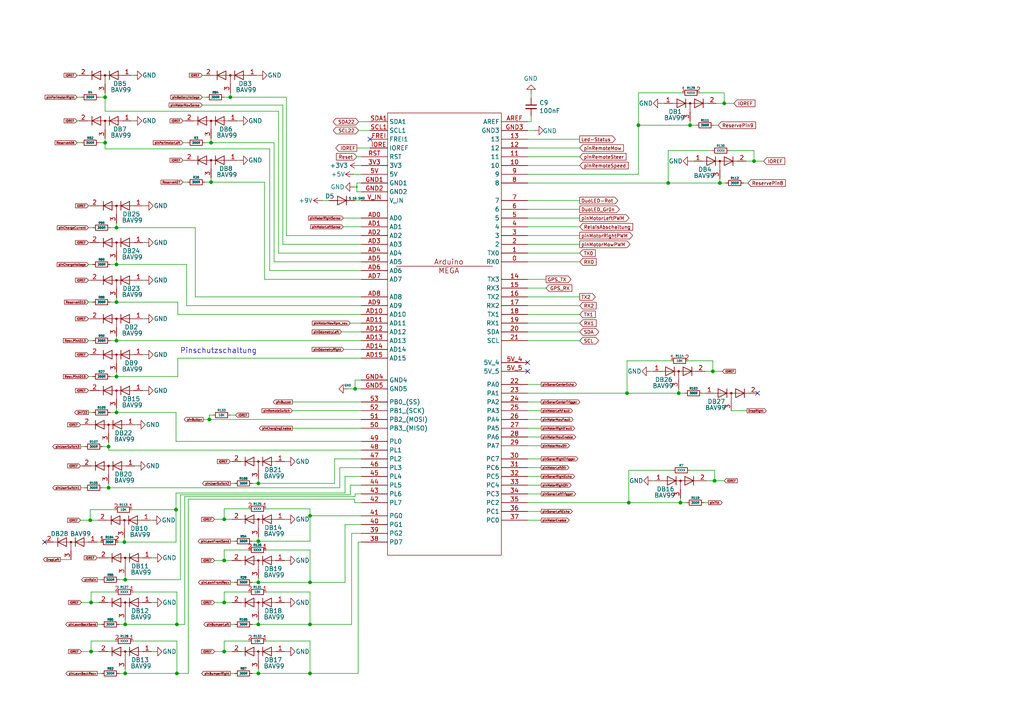
<source format=kicad_sch>
(kicad_sch (version 20220126) (generator eeschema)
  (paper "A4")
  (title_block (title "Ardumower shield SVN Version") (date "2021-01-18") (rev "1.4") (company "ML AG JL BS UZ") (comment 1 "Schaltplan und Layout UweZ"))
  (junction (at 74.93 168.91) (diameter 0.9144))
  (junction (at 193.802 53.086) (diameter 0.9144))
  (junction (at 74.93 181.102) (diameter 0.9144))
  (junction (at 103.505 54.229) (diameter 0.3048))
  (junction (at 218.694 46.736) (diameter 0.9144))
  (junction (at 33.782 66.04) (diameter 0.9144))
  (junction (at 206.756 107.696) (diameter 0.9144))
  (junction (at 61.214 52.832) (diameter 0.9144))
  (junction (at 33.782 109.22) (diameter 0.9144))
  (junction (at 185.166 36.322) (diameter 0.9144))
  (junction (at 89.916 181.102) (diameter 0.9144))
  (junction (at 36.322 168.148) (diameter 0.9144))
  (junction (at 65.024 188.976) (diameter 0.9144))
  (junction (at 30.48 41.402) (diameter 0.9144))
  (junction (at 181.864 114.046) (diameter 0.9144))
  (junction (at 30.48 28.194) (diameter 0.9144))
  (junction (at 102.997 112.776) (diameter 0.9144))
  (junction (at 61.214 41.402) (diameter 0.9144))
  (junction (at 33.782 119.634) (diameter 0.9144))
  (junction (at 74.93 140.208) (diameter 0.9144))
  (junction (at 65.024 162.56) (diameter 0.9144))
  (junction (at 74.93 156.972) (diameter 0.9144))
  (junction (at 89.916 149.606) (diameter 0.9144))
  (junction (at 208.788 53.086) (diameter 0.9144))
  (junction (at 196.85 114.046) (diameter 0.9144))
  (junction (at 33.782 76.708) (diameter 0.9144))
  (junction (at 182.372 145.796) (diameter 0.9144))
  (junction (at 200.152 36.322) (diameter 0.9144))
  (junction (at 89.916 195.326) (diameter 0.9144))
  (junction (at 36.322 181.102) (diameter 0.9144))
  (junction (at 26.416 188.976) (diameter 0.9144))
  (junction (at 33.782 98.806) (diameter 0.9144))
  (junction (at 65.024 174.752) (diameter 0.9144))
  (junction (at 31.496 141.478) (diameter 0.9144))
  (junction (at 210.058 29.972) (diameter 0.9144))
  (junction (at 33.782 87.63) (diameter 0.9144))
  (junction (at 36.322 195.326) (diameter 0.9144))
  (junction (at 207.264 139.446) (diameter 0.9144))
  (junction (at 51.054 147.828) (diameter 0.9144))
  (junction (at 60.706 121.666) (diameter 0.9144))
  (junction (at 74.93 195.326) (diameter 0.9144))
  (junction (at 31.496 129.54) (diameter 0.9144))
  (junction (at 89.916 168.91) (diameter 0.9144))
  (junction (at 51.308 181.102) (diameter 0.9144))
  (junction (at 26.162 150.876) (diameter 0.9144))
  (junction (at 66.802 28.194) (diameter 0.9144))
  (junction (at 51.308 195.326) (diameter 0.9144))
  (junction (at 36.068 157.226) (diameter 0.9144))
  (junction (at 65.024 150.622) (diameter 0.9144))
  (junction (at 26.416 174.752) (diameter 0.9144))
  (junction (at 197.358 145.796) (diameter 0.9144))
  (no_connect (at 153.035 107.696))
  (no_connect (at 12.954 157.226))
  (no_connect (at 107.315 40.386))
  (no_connect (at 219.71 114.046))
  (no_connect (at 153.035 105.156))
  (wire (pts (xy 78.232 78.486) (xy 78.232 43.18)))
  (wire (pts (xy 36.322 168.148) (xy 36.322 166.878)))
  (wire (pts (xy 102.997 143.256) (xy 102.997 144.018)))
  (wire (pts (xy 204.978 139.446) (xy 207.264 139.446)))
  (wire (pts (xy 30.48 41.402) (xy 30.48 40.132)))
  (wire (pts (xy 104.775 78.486) (xy 78.232 78.486)))
  (wire (pts (xy 32.004 87.63) (xy 33.782 87.63)))
  (wire (pts (xy 25.654 59.69) (xy 26.162 59.69)))
  (wire (pts (xy 153.035 126.746) (xy 156.972 126.746)))
  (wire (pts (xy 102.997 110.236) (xy 104.775 110.236)))
  (wire (pts (xy 29.464 168.148) (xy 28.194 168.148)))
  (wire (pts (xy 104.775 91.186) (xy 51.562 91.186)))
  (wire (pts (xy 207.264 136.398) (xy 207.264 139.446)))
  (wire (pts (xy 72.136 185.928) (xy 65.024 185.928)))
  (wire (pts (xy 31.496 141.478) (xy 31.496 140.208)))
  (wire (pts (xy 153.035 98.806) (xy 168.148 98.806)))
  (wire (pts (xy 52.324 143.51) (xy 52.324 168.148)))
  (wire (pts (xy 89.916 171.704) (xy 77.216 171.704)))
  (wire (pts (xy 26.162 147.828) (xy 26.162 150.876)))
  (wire (pts (xy 153.035 53.086) (xy 193.802 53.086)))
  (wire (pts (xy 199.136 145.796) (xy 197.358 145.796)))
  (wire (pts (xy 153.035 133.096) (xy 156.972 133.096)))
  (wire (pts (xy 89.916 185.928) (xy 77.216 185.928)))
  (wire (pts (xy 102.743 50.546) (xy 104.775 50.546)))
  (wire (pts (xy 26.416 188.976) (xy 23.622 188.976)))
  (wire (pts (xy 95.377 58.166) (xy 93.472 58.166)))
  (wire (pts (xy 102.997 143.256) (xy 104.775 143.256)))
  (wire (pts (xy 67.31 188.976) (xy 65.024 188.976)))
  (wire (pts (xy 25.654 113.284) (xy 26.162 113.284)))
  (wire (pts (xy 98.552 141.478) (xy 98.552 135.636)))
  (wire (pts (xy 61.214 41.402) (xy 61.214 40.132)))
  (wire (pts (xy 200.152 36.322) (xy 200.152 35.052)))
  (wire (pts (xy 73.152 168.91) (xy 74.93 168.91)))
  (wire (pts (xy 26.924 119.634) (xy 25.654 119.634)))
  (wire (pts (xy 73.152 181.102) (xy 74.93 181.102)))
  (wire (pts (xy 31.496 141.478) (xy 98.552 141.478)))
  (wire (pts (xy 34.29 157.226) (xy 36.068 157.226)))
  (wire (pts (xy 68.072 195.326) (xy 66.802 195.326)))
  (wire (pts (xy 59.436 41.402) (xy 61.214 41.402)))
  (wire (pts (xy 104.775 68.326) (xy 83.058 68.326)))
  (wire (pts (xy 199.644 104.648) (xy 206.756 104.648)))
  (wire (pts (xy 53.594 144.018) (xy 102.997 144.018)))
  (wire (pts (xy 31.496 129.54) (xy 31.496 128.27)))
  (wire (pts (xy 182.372 136.398) (xy 182.372 145.796)))
  (wire (pts (xy 99.695 101.346) (xy 104.775 101.346)))
  (wire (pts (xy 34.544 195.326) (xy 36.322 195.326)))
  (wire (pts (xy 22.352 21.844) (xy 22.86 21.844)))
  (wire (pts (xy 26.416 171.704) (xy 26.416 174.752)))
  (wire (pts (xy 30.48 28.194) (xy 30.48 26.924)))
  (wire (pts (xy 153.035 140.716) (xy 156.972 140.716)))
  (wire (pts (xy 153.035 93.726) (xy 168.148 93.726)))
  (wire (pts (xy 54.102 88.646) (xy 54.102 76.708)))
  (wire (pts (xy 84.836 116.586) (xy 104.775 116.586)))
  (wire (pts (xy 216.408 46.736) (xy 218.694 46.736)))
  (wire (pts (xy 192.024 29.972) (xy 192.532 29.972)))
  (wire (pts (xy 102.87 144.78) (xy 102.87 145.796)))
  (wire (pts (xy 89.916 149.606) (xy 104.775 149.606)))
  (wire (pts (xy 26.924 109.22) (xy 25.654 109.22)))
  (wire (pts (xy 100.076 152.146) (xy 104.775 152.146)))
  (wire (pts (xy 82.042 30.48) (xy 58.674 30.48)))
  (wire (pts (xy 204.216 145.796) (xy 205.486 145.796)))
  (wire (pts (xy 89.916 147.574) (xy 89.916 149.606)))
  (wire (pts (xy 29.464 181.102) (xy 28.194 181.102)))
  (wire (pts (xy 34.544 168.148) (xy 36.322 168.148)))
  (wire (pts (xy 28.702 188.976) (xy 26.416 188.976)))
  (wire (pts (xy 153.035 143.256) (xy 156.972 143.256)))
  (wire (pts (xy 30.48 41.402) (xy 30.48 43.18)))
  (wire (pts (xy 61.214 52.832) (xy 61.214 51.562)))
  (wire (pts (xy 104.775 70.866) (xy 82.042 70.866)))
  (wire (pts (xy 100.838 112.776) (xy 102.997 112.776)))
  (wire (pts (xy 84.836 124.206) (xy 104.775 124.206)))
  (wire (pts (xy 36.068 157.226) (xy 36.068 155.956)))
  (wire (pts (xy 74.93 181.102) (xy 89.916 181.102)))
  (wire (pts (xy 102.743 54.229) (xy 103.505 54.229)))
  (wire (pts (xy 74.93 195.326) (xy 89.916 195.326)))
  (wire (pts (xy 207.772 29.972) (xy 210.058 29.972)))
  (wire (pts (xy 41.91 113.284) (xy 41.402 113.284)))
  (wire (pts (xy 204.47 107.696) (xy 206.756 107.696)))
  (wire (pts (xy 74.93 168.91) (xy 89.916 168.91)))
  (wire (pts (xy 207.264 139.446) (xy 210.058 139.446)))
  (wire (pts (xy 210.566 53.086) (xy 208.788 53.086)))
  (wire (pts (xy 29.718 141.478) (xy 31.496 141.478)))
  (wire (pts (xy 79.502 75.946) (xy 79.502 41.402)))
  (wire (pts (xy 26.924 98.806) (xy 25.654 98.806)))
  (wire (pts (xy 182.372 145.796) (xy 197.358 145.796)))
  (wire (pts (xy 97.028 133.096) (xy 104.775 133.096)))
  (wire (pts (xy 103.505 55.626) (xy 104.775 55.626)))
  (wire (pts (xy 153.035 148.336) (xy 156.972 148.336)))
  (wire (pts (xy 51.308 185.928) (xy 38.608 185.928)))
  (wire (pts (xy 52.324 143.51) (xy 101.6 143.51)))
  (wire (pts (xy 36.322 181.102) (xy 51.308 181.102)))
  (wire (pts (xy 26.162 150.876) (xy 23.368 150.876)))
  (wire (pts (xy 68.072 156.972) (xy 66.802 156.972)))
  (wire (pts (xy 101.6 140.716) (xy 104.775 140.716)))
  (wire (pts (xy 26.416 185.928) (xy 26.416 188.976)))
  (wire (pts (xy 89.916 195.326) (xy 103.886 195.326)))
  (wire (pts (xy 31.496 130.556) (xy 31.496 129.54)))
  (wire (pts (xy 73.152 140.208) (xy 74.93 140.208)))
  (wire (pts (xy 41.91 102.87) (xy 41.402 102.87)))
  (wire (pts (xy 65.024 185.928) (xy 65.024 188.976)))
  (wire (pts (xy 207.01 36.322) (xy 208.28 36.322)))
  (wire (pts (xy 153.035 70.866) (xy 168.148 70.866)))
  (wire (pts (xy 32.004 98.806) (xy 33.782 98.806)))
  (wire (pts (xy 74.93 140.208) (xy 74.93 138.938)))
  (wire (pts (xy 153.035 116.586) (xy 156.972 116.586)))
  (wire (pts (xy 99.06 96.266) (xy 104.775 96.266)))
  (wire (pts (xy 74.93 140.208) (xy 97.028 140.208)))
  (wire (pts (xy 83.058 188.976) (xy 82.55 188.976)))
  (wire (pts (xy 153.035 65.786) (xy 168.148 65.786)))
  (wire (pts (xy 153.035 45.466) (xy 168.148 45.466)))
  (wire (pts (xy 25.654 70.358) (xy 26.162 70.358)))
  (wire (pts (xy 33.782 98.806) (xy 33.782 97.536)))
  (wire (pts (xy 56.642 66.04) (xy 33.782 66.04)))
  (wire (pts (xy 107.315 35.306) (xy 104.013 35.306)))
  (wire (pts (xy 84.836 119.126) (xy 104.775 119.126)))
  (wire (pts (xy 33.782 76.708) (xy 33.782 75.438)))
  (wire (pts (xy 65.024 28.194) (xy 66.802 28.194)))
  (wire (pts (xy 23.622 28.194) (xy 22.352 28.194)))
  (wire (pts (xy 23.622 41.402) (xy 22.352 41.402)))
  (wire (pts (xy 89.916 195.326) (xy 89.916 185.928)))
  (wire (pts (xy 195.072 136.398) (xy 182.372 136.398)))
  (wire (pts (xy 36.322 195.326) (xy 36.322 194.056)))
  (wire (pts (xy 153.035 121.666) (xy 156.972 121.666)))
  (wire (pts (xy 65.024 150.622) (xy 62.23 150.622)))
  (wire (pts (xy 36.322 168.148) (xy 52.324 168.148)))
  (wire (pts (xy 54.61 144.78) (xy 102.87 144.78)))
  (wire (pts (xy 153.035 145.796) (xy 182.372 145.796)))
  (wire (pts (xy 153.035 91.186) (xy 168.148 91.186)))
  (wire (pts (xy 51.054 157.226) (xy 36.068 157.226)))
  (wire (pts (xy 99.568 65.786) (xy 104.775 65.786)))
  (wire (pts (xy 25.654 92.456) (xy 26.162 92.456)))
  (wire (pts (xy 51.308 171.704) (xy 38.608 171.704)))
  (wire (pts (xy 210.058 29.972) (xy 212.852 29.972)))
  (wire (pts (xy 36.322 181.102) (xy 36.322 179.832)))
  (wire (pts (xy 153.035 83.566) (xy 158.369 83.566)))
  (wire (pts (xy 74.93 181.102) (xy 74.93 179.832)))
  (wire (pts (xy 78.232 43.18) (xy 30.48 43.18)))
  (wire (pts (xy 38.608 35.052) (xy 38.1 35.052)))
  (wire (pts (xy 153.035 50.546) (xy 185.166 50.546)))
  (wire (pts (xy 34.544 181.102) (xy 36.322 181.102)))
  (wire (pts (xy 211.582 43.688) (xy 218.694 43.688)))
  (wire (pts (xy 23.368 135.128) (xy 23.876 135.128)))
  (wire (pts (xy 103.505 54.229) (xy 103.505 55.626)))
  (wire (pts (xy 59.944 28.194) (xy 58.674 28.194)))
  (wire (pts (xy 193.802 53.086) (xy 208.788 53.086)))
  (wire (pts (xy 38.608 21.844) (xy 38.1 21.844)))
  (wire (pts (xy 29.464 195.326) (xy 28.194 195.326)))
  (wire (pts (xy 24.638 129.54) (xy 23.368 129.54)))
  (wire (pts (xy 153.035 135.636) (xy 156.972 135.636)))
  (wire (pts (xy 206.756 107.696) (xy 209.55 107.696)))
  (wire (pts (xy 30.48 32.258) (xy 30.48 28.194)))
  (wire (pts (xy 104.775 73.406) (xy 80.772 73.406)))
  (wire (pts (xy 72.136 159.512) (xy 65.024 159.512)))
  (wire (pts (xy 202.946 26.924) (xy 210.058 26.924)))
  (wire (pts (xy 79.502 75.946) (xy 104.775 75.946)))
  (wire (pts (xy 68.072 168.91) (xy 66.802 168.91)))
  (wire (pts (xy 89.916 159.512) (xy 77.216 159.512)))
  (wire (pts (xy 83.058 162.56) (xy 82.55 162.56)))
  (wire (pts (xy 74.93 21.844) (xy 74.422 21.844)))
  (wire (pts (xy 153.035 124.206) (xy 156.972 124.206)))
  (wire (pts (xy 53.086 35.052) (xy 53.594 35.052)))
  (wire (pts (xy 44.196 150.876) (xy 43.688 150.876)))
  (wire (pts (xy 168.148 68.326) (xy 153.035 68.326)))
  (wire (pts (xy 17.526 162.306) (xy 20.574 162.306)))
  (wire (pts (xy 44.45 161.798) (xy 43.942 161.798)))
  (wire (pts (xy 32.004 66.04) (xy 33.782 66.04)))
  (wire (pts (xy 83.058 174.752) (xy 82.55 174.752)))
  (wire (pts (xy 200.152 136.398) (xy 207.264 136.398)))
  (wire (pts (xy 32.004 109.22) (xy 33.782 109.22)))
  (wire (pts (xy 28.448 150.876) (xy 26.162 150.876)))
  (wire (pts (xy 67.31 174.752) (xy 65.024 174.752)))
  (wire (pts (xy 33.528 171.704) (xy 26.416 171.704)))
  (wire (pts (xy 28.194 157.226) (xy 29.21 157.226)))
  (wire (pts (xy 168.148 40.386) (xy 153.035 40.386)))
  (wire (pts (xy 73.152 195.326) (xy 74.93 195.326)))
  (wire (pts (xy 65.024 159.512) (xy 65.024 162.56)))
  (wire (pts (xy 103.505 53.086) (xy 103.505 54.229)))
  (wire (pts (xy 32.004 119.634) (xy 33.782 119.634)))
  (wire (pts (xy 188.722 107.696) (xy 189.23 107.696)))
  (wire (pts (xy 66.802 28.194) (xy 66.802 26.924)))
  (wire (pts (xy 97.028 133.096) (xy 97.028 140.208)))
  (wire (pts (xy 185.166 36.322) (xy 185.166 26.924)))
  (wire (pts (xy 51.562 103.886) (xy 51.562 109.22)))
  (wire (pts (xy 69.342 35.052) (xy 68.834 35.052)))
  (wire (pts (xy 102.997 112.776) (xy 104.775 112.776)))
  (wire (pts (xy 104.775 103.886) (xy 51.562 103.886)))
  (wire (pts (xy 168.148 63.246) (xy 153.035 63.246)))
  (wire (pts (xy 206.502 43.688) (xy 193.802 43.688)))
  (wire (pts (xy 100.076 138.176) (xy 100.076 143.002)))
  (wire (pts (xy 181.864 104.648) (xy 181.864 114.046)))
  (wire (pts (xy 103.505 53.086) (xy 104.775 53.086)))
  (wire (pts (xy 41.91 70.358) (xy 41.402 70.358)))
  (wire (pts (xy 53.594 144.018) (xy 53.594 181.102)))
  (wire (pts (xy 203.708 114.046) (xy 204.47 114.046)))
  (wire (pts (xy 83.058 28.194) (xy 66.802 28.194)))
  (wire (pts (xy 82.042 70.866) (xy 82.042 30.48)))
  (wire (pts (xy 153.035 138.176) (xy 156.972 138.176)))
  (wire (pts (xy 103.886 157.226) (xy 104.775 157.226)))
  (wire (pts (xy 212.09 119.126) (xy 216.662 119.126)))
  (wire (pts (xy 24.638 141.478) (xy 23.368 141.478)))
  (wire (pts (xy 215.646 53.086) (xy 216.916 53.086)))
  (wire (pts (xy 201.93 36.322) (xy 200.152 36.322)))
  (wire (pts (xy 59.436 52.832) (xy 61.214 52.832)))
  (wire (pts (xy 196.85 114.046) (xy 198.628 114.046)))
  (wire (pts (xy 83.058 68.326) (xy 83.058 28.194)))
  (wire (pts (xy 104.775 88.646) (xy 54.102 88.646)))
  (wire (pts (xy 89.916 181.102) (xy 89.916 171.704)))
  (wire (pts (xy 65.024 171.704) (xy 65.024 174.752)))
  (wire (pts (xy 218.694 43.688) (xy 218.694 46.736)))
  (wire (pts (xy 153.035 73.406) (xy 168.148 73.406)))
  (wire (pts (xy 69.342 46.482) (xy 68.834 46.482)))
  (wire (pts (xy 25.654 81.28) (xy 26.162 81.28)))
  (wire (pts (xy 89.916 168.91) (xy 100.076 168.91)))
  (wire (pts (xy 181.864 114.046) (xy 196.85 114.046)))
  (wire (pts (xy 189.23 139.446) (xy 189.738 139.446)))
  (wire (pts (xy 22.352 35.052) (xy 22.86 35.052)))
  (wire (pts (xy 26.924 87.63) (xy 25.654 87.63)))
  (wire (pts (xy 67.31 162.56) (xy 65.024 162.56)))
  (wire (pts (xy 79.502 41.402) (xy 61.214 41.402)))
  (wire (pts (xy 210.058 26.924) (xy 210.058 29.972)))
  (wire (pts (xy 31.496 130.556) (xy 104.775 130.556)))
  (wire (pts (xy 44.45 174.752) (xy 43.942 174.752)))
  (wire (pts (xy 208.788 53.086) (xy 208.788 51.816)))
  (wire (pts (xy 60.706 120.396) (xy 60.706 121.666)))
  (wire (pts (xy 53.594 181.102) (xy 51.308 181.102)))
  (wire (pts (xy 36.322 195.326) (xy 51.308 195.326)))
  (wire (pts (xy 200.152 36.322) (xy 185.166 36.322)))
  (wire (pts (xy 83.058 150.622) (xy 82.55 150.622)))
  (wire (pts (xy 218.694 46.736) (xy 221.488 46.736)))
  (wire (pts (xy 32.004 76.708) (xy 33.782 76.708)))
  (wire (pts (xy 53.086 46.482) (xy 53.594 46.482)))
  (wire (pts (xy 103.505 45.466) (xy 104.775 45.466)))
  (wire (pts (xy 185.166 36.322) (xy 185.166 50.546)))
  (wire (pts (xy 153.035 150.876) (xy 156.972 150.876)))
  (wire (pts (xy 89.916 149.606) (xy 89.916 156.972)))
  (wire (pts (xy 153.035 119.126) (xy 156.972 119.126)))
  (wire (pts (xy 44.45 188.976) (xy 43.942 188.976)))
  (wire (pts (xy 107.315 42.926) (xy 103.505 42.926)))
  (wire (pts (xy 60.706 121.666) (xy 104.775 121.666)))
  (wire (pts (xy 158.369 81.026) (xy 153.035 81.026)))
  (wire (pts (xy 33.782 87.63) (xy 33.782 86.36)))
  (wire (pts (xy 26.924 76.708) (xy 25.654 76.708)))
  (wire (pts (xy 73.152 156.972) (xy 74.93 156.972)))
  (wire (pts (xy 61.722 120.396) (xy 60.706 120.396)))
  (wire (pts (xy 51.308 195.326) (xy 51.308 185.928)))
  (wire (pts (xy 197.358 145.796) (xy 197.358 144.526)))
  (wire (pts (xy 89.916 168.91) (xy 89.916 159.512)))
  (wire (pts (xy 54.356 41.402) (xy 53.086 41.402)))
  (wire (pts (xy 153.035 88.646) (xy 168.148 88.646)))
  (wire (pts (xy 58.674 21.844) (xy 59.182 21.844)))
  (wire (pts (xy 68.072 140.208) (xy 66.802 140.208)))
  (wire (pts (xy 74.93 195.326) (xy 74.93 194.056)))
  (wire (pts (xy 196.85 114.046) (xy 196.85 112.776)))
  (wire (pts (xy 65.024 147.574) (xy 65.024 150.622)))
  (wire (pts (xy 51.054 128.016) (xy 104.775 128.016)))
  (wire (pts (xy 102.87 145.796) (xy 104.775 145.796)))
  (wire (pts (xy 153.035 111.506) (xy 156.972 111.506)))
  (wire (pts (xy 28.702 174.752) (xy 26.416 174.752)))
  (wire (pts (xy 29.718 129.54) (xy 31.496 129.54)))
  (wire (pts (xy 104.775 81.026) (xy 76.708 81.026)))
  (wire (pts (xy 153.035 42.926) (xy 168.148 42.926)))
  (wire (pts (xy 65.024 147.574) (xy 72.136 147.574)))
  (wire (pts (xy 54.356 52.832) (xy 53.086 52.832)))
  (wire (pts (xy 41.91 59.69) (xy 41.402 59.69)))
  (wire (pts (xy 153.035 114.046) (xy 181.864 114.046)))
  (wire (pts (xy 66.802 133.858) (xy 67.31 133.858)))
  (wire (pts (xy 41.91 92.456) (xy 41.402 92.456)))
  (wire (pts (xy 154.051 33.528) (xy 154.051 35.306)))
  (wire (pts (xy 51.562 109.22) (xy 33.782 109.22)))
  (wire (pts (xy 83.058 133.858) (xy 82.55 133.858)))
  (wire (pts (xy 77.216 147.574) (xy 89.916 147.574)))
  (wire (pts (xy 51.562 87.63) (xy 33.782 87.63)))
  (wire (pts (xy 68.072 181.102) (xy 66.802 181.102)))
  (wire (pts (xy 51.308 181.102) (xy 51.308 171.704)))
  (wire (pts (xy 100.076 143.002) (xy 51.054 143.002)))
  (wire (pts (xy 38.354 147.828) (xy 51.054 147.828)))
  (wire (pts (xy 56.642 86.106) (xy 56.642 66.04)))
  (wire (pts (xy 101.981 154.686) (xy 104.775 154.686)))
  (wire (pts (xy 107.315 37.846) (xy 104.013 37.846)))
  (wire (pts (xy 80.772 32.258) (xy 30.48 32.258)))
  (wire (pts (xy 54.102 76.708) (xy 33.782 76.708)))
  (wire (pts (xy 33.528 185.928) (xy 26.416 185.928)))
  (wire (pts (xy 153.035 129.286) (xy 156.972 129.286)))
  (wire (pts (xy 39.624 135.128) (xy 39.116 135.128)))
  (wire (pts (xy 102.997 110.236) (xy 102.997 112.776)))
  (wire (pts (xy 58.928 121.666) (xy 60.706 121.666)))
  (wire (pts (xy 100.076 138.176) (xy 104.775 138.176)))
  (wire (pts (xy 51.562 91.186) (xy 51.562 87.63)))
  (wire (pts (xy 51.054 147.828) (xy 51.054 157.226)))
  (wire (pts (xy 74.93 156.972) (xy 89.916 156.972)))
  (wire (pts (xy 168.148 58.166) (xy 153.035 58.166)))
  (wire (pts (xy 168.148 48.006) (xy 153.035 48.006)))
  (wire (pts (xy 101.6 143.51) (xy 101.6 140.716)))
  (wire (pts (xy 102.997 58.166) (xy 104.775 58.166)))
  (wire (pts (xy 72.136 171.704) (xy 65.024 171.704)))
  (wire (pts (xy 23.368 123.19) (xy 23.876 123.19)))
  (wire (pts (xy 74.93 156.972) (xy 74.93 155.702)))
  (wire (pts (xy 101.6 93.726) (xy 104.775 93.726)))
  (wire (pts (xy 103.886 157.226) (xy 103.886 195.326)))
  (wire (pts (xy 65.024 162.56) (xy 62.23 162.56)))
  (wire (pts (xy 26.924 66.04) (xy 25.654 66.04)))
  (wire (pts (xy 28.194 161.798) (xy 28.702 161.798)))
  (wire (pts (xy 51.054 119.634) (xy 51.054 128.016)))
  (wire (pts (xy 65.024 188.976) (xy 62.23 188.976)))
  (wire (pts (xy 153.035 86.106) (xy 168.148 86.106)))
  (wire (pts (xy 154.051 35.306) (xy 153.035 35.306)))
  (wire (pts (xy 33.782 109.22) (xy 33.782 107.95)))
  (wire (pts (xy 33.782 119.634) (xy 51.054 119.634)))
  (wire (pts (xy 206.756 104.648) (xy 206.756 107.696)))
  (wire (pts (xy 33.782 119.634) (xy 33.782 118.364)))
  (wire (pts (xy 200.66 46.736) (xy 201.168 46.736)))
  (wire (pts (xy 74.93 168.91) (xy 74.93 167.64)))
  (wire (pts (xy 65.024 174.752) (xy 62.23 174.752)))
  (wire (pts (xy 194.564 104.648) (xy 181.864 104.648)))
  (wire (pts (xy 25.654 102.87) (xy 26.162 102.87)))
  (wire (pts (xy 28.702 41.402) (xy 30.48 41.402)))
  (wire (pts (xy 168.148 75.946) (xy 153.035 75.946)))
  (wire (pts (xy 76.708 81.026) (xy 76.708 52.832)))
  (wire (pts (xy 67.31 150.622) (xy 65.024 150.622)))
  (wire (pts (xy 101.981 154.686) (xy 101.981 181.102)))
  (wire (pts (xy 153.035 37.846) (xy 155.067 37.846)))
  (wire (pts (xy 99.568 63.246) (xy 104.775 63.246)))
  (wire (pts (xy 41.91 81.28) (xy 41.402 81.28)))
  (wire (pts (xy 26.416 174.752) (xy 23.622 174.752)))
  (wire (pts (xy 76.708 52.832) (xy 61.214 52.832)))
  (wire (pts (xy 154.051 28.448) (xy 154.051 27.178)))
  (wire (pts (xy 100.076 152.146) (xy 100.076 168.91)))
  (wire (pts (xy 33.274 147.828) (xy 26.162 147.828)))
  (wire (pts (xy 168.148 60.706) (xy 153.035 60.706)))
  (wire (pts (xy 104.775 86.106) (xy 56.642 86.106)))
  (wire (pts (xy 66.802 120.396) (xy 68.326 120.396)))
  (wire (pts (xy 101.981 181.102) (xy 89.916 181.102)))
  (wire (pts (xy 33.782 98.806) (xy 104.775 98.806)))
  (wire (pts (xy 193.802 43.688) (xy 193.802 53.086)))
  (wire (pts (xy 98.552 135.636) (xy 104.775 135.636)))
  (wire (pts (xy 28.702 28.194) (xy 30.48 28.194)))
  (wire (pts (xy 51.054 143.002) (xy 51.054 147.828)))
  (wire (pts (xy 33.782 66.04) (xy 33.782 64.77)))
  (wire (pts (xy 153.035 96.266) (xy 168.148 96.266)))
  (wire (pts (xy 80.772 73.406) (xy 80.772 32.258)))
  (wire (pts (xy 54.61 195.326) (xy 51.308 195.326)))
  (wire (pts (xy 39.624 123.19) (xy 39.116 123.19)))
  (wire (pts (xy 185.166 26.924) (xy 197.866 26.924)))
  (wire (pts (xy 104.14 48.006) (xy 104.775 48.006)))
  (wire (pts (xy 54.61 144.78) (xy 54.61 195.326)))
  (image (at -84.836 27.813))
  (text "Pinschutzschaltung" (at 52.197 102.743 0) (effects (font (size 1.524 1.524)) (justify left bottom)))
  (text "also im grunde ist es bei der schaltung völlig pups...... \nes ist genau das gleiche problem wie mit dem LsF010x \nnicht der shifter ist das problem sondern das was dahinter kommt.\n Fraaage...... was macht ein pin wenn es als ausgang programmiert ist\nund wird aktiv mit einem andern ausgang verbunden? \nRichtiiiig es macht puff und so ist das auch mit dem shifter \ndu kannst dir aber die regel merken der gate widerstand zeigt zum MPU pin" (at 326.644 77.216 0) (effects (font (size 2.0066 2.0066)) (justify left bottom)))
  (text "[21:03:44] Jürgen Lange: zu d143 dropright parallel einen 4k7 widerstand bei left genauso\n[21:05:27] Kurzschuss - Uwe: Ich verstehe nicht so ganz warum die Diode D6 lässt doch nur GND von außen zu oder habe ich da ein Denkfehler\n[21:05:45] Kurzschuss - Uwe: damit müsste der Pin doch geschützt sein oder?\n[21:07:55] Jürgen Lange: genau das ist das problem die diode lässt nur gnd durch aber min0,3v höher als gnd selbst das finde ich nicht so gut \naber wenn du di drinhast geht das noch wenn der sensor aber nicht geschaltet hat hängt der port in der luft nur die internen pullups wirken \ndie nimmt man aber normal nicht wenn es nicht zwingend sein muss\n[21:08:41] Jürgen Lange: der dropsensor hat intern auch eine nicht ganz klare pullup Schaltung damit da nichts schief geht sichern\n[21:09:16] Kurzschuss - Uwe: gut also d6 lassen und r103 auch\n[21:09:52] Jürgen Lange: mach d6 noch vor r103 dann hast du es perfekt\n[21:10:13] Kurzschuss - Uwe: okay\n[21:10:32] Jürgen Lange: und den pullup parallel zu d143 nicht vergessen 4k7\n[21:10:38] Kurzschuss - Uwe: ja" (at 326.644 46.736 0) (effects (font (size 0.6096 0.6096)) (justify left bottom)))
  (text "achso um mein geschreibsel für den level shifter \nnoch mal zu verdeutlichen die low-side darf immer kleiner \noder gleichgroß der high-side sein \naber niemals größer als die high-side \nich hoffe das ist jetzt etwas verständlicher" (at 327.66 106.172 0) (effects (font (size 2.0066 2.0066)) (justify left bottom)))
  (global_label "pinChargeVoltage" (shape input) (at 25.654 76.708 180) (effects (font (size 0.6096 0.6096))) (property "Intersheet References" "${INTERSHEET_REFS}" (effects hide)))
  (global_label "ReserveAD10" (shape input) (at 25.654 87.63 180) (effects (font (size 0.6096 0.6096))) (property "Intersheet References" "${INTERSHEET_REFS}" (effects hide)))
  (global_label "IOREF" (shape input) (at 53.086 46.482 180) (effects (font (size 0.6096 0.6096))) (property "Intersheet References" "${INTERSHEET_REFS}" (effects hide)))
  (global_label "DHT22" (shape output) (at 25.654 119.634 180) (effects (font (size 0.6096 0.6096))) (property "Intersheet References" "${INTERSHEET_REFS}" (effects hide)))
  (global_label "DuoLED-Rot" (shape output) (at 168.148 58.166 0) (effects (font (size 0.9906 0.9906))) (property "Intersheet References" "${INTERSHEET_REFS}" (effects hide)))
  (global_label "IOREF" (shape input) (at 23.368 123.19 180) (effects (font (size 0.6096 0.6096))) (property "Intersheet References" "${INTERSHEET_REFS}" (effects hide)))
  (global_label "SCL" (shape bidirectional) (at 168.148 98.806 0) (effects (font (size 0.9906 0.9906))) (property "Intersheet References" "${INTERSHEET_REFS}" (effects hide)))
  (global_label "IOREF" (shape input) (at 23.622 174.752 180) (effects (font (size 0.6096 0.6096))) (property "Intersheet References" "${INTERSHEET_REFS}" (effects hide)))
  (global_label "pinMotorMowPWM" (shape output) (at 168.148 70.866 0) (effects (font (size 0.9906 0.9906))) (property "Intersheet References" "${INTERSHEET_REFS}" (effects hide)))
  (global_label "pinRemoteSpeed" (shape input) (at 168.148 48.006 0) (effects (font (size 0.9906 0.9906))) (property "Intersheet References" "${INTERSHEET_REFS}" (effects hide)))
  (global_label "pinTilt" (shape output) (at 205.486 145.796 0) (effects (font (size 0.6096 0.6096))) (property "Intersheet References" "${INTERSHEET_REFS}" (effects hide)))
  (global_label "IOREF" (shape input) (at 23.368 150.876 180) (effects (font (size 0.6096 0.6096))) (property "Intersheet References" "${INTERSHEET_REFS}" (effects hide)))
  (global_label "pinMotorMowEnable" (shape output) (at 156.972 126.746 0) (effects (font (size 0.6096 0.6096))) (property "Intersheet References" "${INTERSHEET_REFS}" (effects hide)))
  (global_label "GPS_RX" (shape input) (at 158.369 83.566 0) (effects (font (size 0.9906 0.9906))) (property "Intersheet References" "${INTERSHEET_REFS}" (effects hide)))
  (global_label "IOREF" (shape input) (at 62.23 162.56 180) (effects (font (size 0.6096 0.6096))) (property "Intersheet References" "${INTERSHEET_REFS}" (effects hide)))
  (global_label "pinPerimeterLeft" (shape input) (at 53.086 41.402 180) (effects (font (size 0.6096 0.6096))) (property "Intersheet References" "${INTERSHEET_REFS}" (effects hide)))
  (global_label "pinSonarRightTrigger" (shape output) (at 156.972 133.096 0) (effects (font (size 0.6096 0.6096))) (property "Intersheet References" "${INTERSHEET_REFS}" (effects hide)))
  (global_label "pinOdometryLeft" (shape input) (at 99.06 96.266 180) (effects (font (size 0.6096 0.6096))) (property "Intersheet References" "${INTERSHEET_REFS}" (effects hide)))
  (global_label "IOREF" (shape input) (at 23.622 188.976 180) (effects (font (size 0.6096 0.6096))) (property "Intersheet References" "${INTERSHEET_REFS}" (effects hide)))
  (global_label "pinMotorMowSense" (shape input) (at 58.674 30.48 180) (effects (font (size 0.6096 0.6096))) (property "Intersheet References" "${INTERSHEET_REFS}" (effects hide)))
  (global_label "RX0" (shape input) (at 168.148 75.946 0) (effects (font (size 0.9906 0.9906))) (property "Intersheet References" "${INTERSHEET_REFS}" (effects hide)))
  (global_label "IOREF" (shape input) (at 22.352 35.052 180) (effects (font (size 0.6096 0.6096))) (property "Intersheet References" "${INTERSHEET_REFS}" (effects hide)))
  (global_label "SDA22" (shape bidirectional) (at 104.013 35.306 180) (effects (font (size 0.9906 0.9906))) (property "Intersheet References" "${INTERSHEET_REFS}" (effects hide)))
  (global_label "pinSonarRightEcho" (shape output) (at 156.972 138.176 0) (effects (font (size 0.6096 0.6096))) (property "Intersheet References" "${INTERSHEET_REFS}" (effects hide)))
  (global_label "GPS_TX" (shape output) (at 158.369 81.026 0) (effects (font (size 0.9906 0.9906))) (property "Intersheet References" "${INTERSHEET_REFS}" (effects hide)))
  (global_label "IOREF" (shape input) (at 53.086 35.052 180) (effects (font (size 0.6096 0.6096))) (property "Intersheet References" "${INTERSHEET_REFS}" (effects hide)))
  (global_label "RelaisAbschaltung" (shape input) (at 168.148 65.786 0) (effects (font (size 0.9906 0.9906))) (property "Intersheet References" "${INTERSHEET_REFS}" (effects hide)))
  (global_label "IOREF" (shape input) (at 209.55 107.696 0) (effects (font (size 0.6096 0.6096))) (property "Intersheet References" "${INTERSHEET_REFS}" (effects hide)))
  (global_label "pinBumperLeft" (shape output) (at 66.802 181.102 180) (effects (font (size 0.6096 0.6096))) (property "Intersheet References" "${INTERSHEET_REFS}" (effects hide)))
  (global_label "pinRemoteSteer" (shape input) (at 168.148 45.466 0) (effects (font (size 0.9906 0.9906))) (property "Intersheet References" "${INTERSHEET_REFS}" (effects hide)))
  (global_label "pinMotorMowFault" (shape output) (at 156.972 121.666 0) (effects (font (size 0.6096 0.6096))) (property "Intersheet References" "${INTERSHEET_REFS}" (effects hide)))
  (global_label "pinMotorRightDir" (shape output) (at 156.972 140.716 0) (effects (font (size 0.6096 0.6096))) (property "Intersheet References" "${INTERSHEET_REFS}" (effects hide)))
  (global_label "ReservePin9" (shape input) (at 208.28 36.322 0) (effects (font (size 0.9906 0.9906))) (property "Intersheet References" "${INTERSHEET_REFS}" (effects hide)))
  (global_label "IOREF" (shape input) (at 68.326 120.396 0) (effects (font (size 0.6096 0.6096))) (property "Intersheet References" "${INTERSHEET_REFS}" (effects hide)))
  (global_label "IOREF" (shape input) (at 25.654 81.28 180) (effects (font (size 0.6096 0.6096))) (property "Intersheet References" "${INTERSHEET_REFS}" (effects hide)))
  (global_label "Reset" (shape input) (at 103.505 45.466 180) (effects (font (size 0.9906 0.9906))) (property "Intersheet References" "${INTERSHEET_REFS}" (effects hide)))
  (global_label "Led-Status" (shape output) (at 168.148 40.386 0) (effects (font (size 0.9906 0.9906))) (property "Intersheet References" "${INTERSHEET_REFS}" (effects hide)))
  (global_label "ReserveAD7" (shape input) (at 53.086 52.832 180) (effects (font (size 0.6096 0.6096))) (property "Intersheet References" "${INTERSHEET_REFS}" (effects hide)))
  (global_label "pinUserSwitch2" (shape output) (at 66.802 140.208 180) (effects (font (size 0.6096 0.6096))) (property "Intersheet References" "${INTERSHEET_REFS}" (effects hide)))
  (global_label "pinLawnBackRecv" (shape output) (at 28.194 195.326 180) (effects (font (size 0.6096 0.6096))) (property "Intersheet References" "${INTERSHEET_REFS}" (effects hide)))
  (global_label "pinRemoteSwitch" (shape input) (at 84.836 119.126 180) (effects (font (size 0.6096 0.6096))) (property "Intersheet References" "${INTERSHEET_REFS}" (effects hide)))
  (global_label "pinUserSwitch3" (shape output) (at 23.368 129.54 180) (effects (font (size 0.6096 0.6096))) (property "Intersheet References" "${INTERSHEET_REFS}" (effects hide)))
  (global_label "IOREF" (shape input) (at 22.352 21.844 180) (effects (font (size 0.6096 0.6096))) (property "Intersheet References" "${INTERSHEET_REFS}" (effects hide)))
  (global_label "pinMotorLeftFault" (shape output) (at 156.972 119.126 0) (effects (font (size 0.6096 0.6096))) (property "Intersheet References" "${INTERSHEET_REFS}" (effects hide)))
  (global_label "pinMotorMowDir" (shape output) (at 156.972 129.286 0) (effects (font (size 0.6096 0.6096))) (property "Intersheet References" "${INTERSHEET_REFS}" (effects hide)))
  (global_label "TX0" (shape input) (at 168.148 73.406 0) (effects (font (size 0.9906 0.9906))) (property "Intersheet References" "${INTERSHEET_REFS}" (effects hide)))
  (global_label "DropRight" (shape output) (at 216.662 119.126 0) (effects (font (size 0.6096 0.6096))) (property "Intersheet References" "${INTERSHEET_REFS}" (effects hide)))
  (global_label "pinMotorLeftDir" (shape output) (at 156.972 135.636 0) (effects (font (size 0.6096 0.6096))) (property "Intersheet References" "${INTERSHEET_REFS}" (effects hide)))
  (global_label "pinPerimeterRight" (shape input) (at 22.352 28.194 180) (effects (font (size 0.6096 0.6096))) (property "Intersheet References" "${INTERSHEET_REFS}" (effects hide)))
  (global_label "pinLawnBackSend" (shape output) (at 28.194 181.102 180) (effects (font (size 0.6096 0.6096))) (property "Intersheet References" "${INTERSHEET_REFS}" (effects hide)))
  (global_label "IOREF" (shape input) (at 212.852 29.972 0) (effects (font (size 0.9906 0.9906))) (property "Intersheet References" "${INTERSHEET_REFS}" (effects hide)))
  (global_label "DuoLED_Grün" (shape output) (at 168.148 60.706 0) (effects (font (size 0.9906 0.9906))) (property "Intersheet References" "${INTERSHEET_REFS}" (effects hide)))
  (global_label "pinMotorMowRpm_neu" (shape input) (at 101.6 93.726 180) (effects (font (size 0.6096 0.6096))) (property "Intersheet References" "${INTERSHEET_REFS}" (effects hide)))
  (global_label "pinMotorLeftPWM" (shape output) (at 168.148 63.246 0) (effects (font (size 0.9906 0.9906))) (property "Intersheet References" "${INTERSHEET_REFS}" (effects hide)))
  (global_label "pinSonarCenterEcho" (shape output) (at 156.972 111.506 0) (effects (font (size 0.6096 0.6096))) (property "Intersheet References" "${INTERSHEET_REFS}" (effects hide)))
  (global_label "IOREF" (shape input) (at 25.654 70.358 180) (effects (font (size 0.6096 0.6096))) (property "Intersheet References" "${INTERSHEET_REFS}" (effects hide)))
  (global_label "IOREF" (shape input) (at 221.488 46.736 0) (effects (font (size 0.9906 0.9906))) (property "Intersheet References" "${INTERSHEET_REFS}" (effects hide)))
  (global_label "IOREF" (shape input) (at 25.654 102.87 180) (effects (font (size 0.6096 0.6096))) (property "Intersheet References" "${INTERSHEET_REFS}" (effects hide)))
  (global_label "IOREF" (shape input) (at 23.368 135.128 180) (effects (font (size 0.6096 0.6096))) (property "Intersheet References" "${INTERSHEET_REFS}" (effects hide)))
  (global_label "IOREF" (shape input) (at 25.654 59.69 180) (effects (font (size 0.6096 0.6096))) (property "Intersheet References" "${INTERSHEET_REFS}" (effects hide)))
  (global_label "IOREF" (shape input) (at 25.654 113.284 180) (effects (font (size 0.6096 0.6096))) (property "Intersheet References" "${INTERSHEET_REFS}" (effects hide)))
  (global_label "IOREF" (shape input) (at 62.23 150.622 180) (effects (font (size 0.6096 0.6096))) (property "Intersheet References" "${INTERSHEET_REFS}" (effects hide)))
  (global_label "pinSonarLeftEcho" (shape output) (at 156.972 148.336 0) (effects (font (size 0.6096 0.6096))) (property "Intersheet References" "${INTERSHEET_REFS}" (effects hide)))
  (global_label "IOREF" (shape input) (at 58.674 21.844 180) (effects (font (size 0.6096 0.6096))) (property "Intersheet References" "${INTERSHEET_REFS}" (effects hide)))
  (global_label "ReserveAD6" (shape input) (at 22.352 41.402 180) (effects (font (size 0.6096 0.6096))) (property "Intersheet References" "${INTERSHEET_REFS}" (effects hide)))
  (global_label "pinOdometryRight" (shape input) (at 99.695 101.346 180) (effects (font (size 0.6096 0.6096))) (property "Intersheet References" "${INTERSHEET_REFS}" (effects hide)))
  (global_label "pinBatteryVoltage" (shape input) (at 58.674 28.194 180) (effects (font (size 0.6096 0.6096))) (property "Intersheet References" "${INTERSHEET_REFS}" (effects hide)))
  (global_label "Resv.PinAD13" (shape input) (at 25.654 98.806 180) (effects (font (size 0.6096 0.6096))) (property "Intersheet References" "${INTERSHEET_REFS}" (effects hide)))
  (global_label "pinBumperRight" (shape output) (at 66.802 195.326 180) (effects (font (size 0.6096 0.6096))) (property "Intersheet References" "${INTERSHEET_REFS}" (effects hide)))
  (global_label "IOREF" (shape input) (at 28.194 161.798 180) (effects (font (size 0.6096 0.6096))) (property "Intersheet References" "${INTERSHEET_REFS}" (effects hide)))
  (global_label "IOREF" (shape output) (at 103.505 42.926 180) (effects (font (size 0.9906 0.9906))) (property "Intersheet References" "${INTERSHEET_REFS}" (effects hide)))
  (global_label "pinMotorRightSense" (shape input) (at 99.568 63.246 180) (effects (font (size 0.6096 0.6096))) (property "Intersheet References" "${INTERSHEET_REFS}" (effects hide)))
  (global_label "pinMotorRightFault" (shape output) (at 156.972 124.206 0) (effects (font (size 0.6096 0.6096))) (property "Intersheet References" "${INTERSHEET_REFS}" (effects hide)))
  (global_label "pinSonarCenterTrigger" (shape output) (at 156.972 116.586 0) (effects (font (size 0.6096 0.6096))) (property "Intersheet References" "${INTERSHEET_REFS}" (effects hide)))
  (global_label "pinMotorLeftSense" (shape input) (at 99.568 65.786 180) (effects (font (size 0.6096 0.6096))) (property "Intersheet References" "${INTERSHEET_REFS}" (effects hide)))
  (global_label "pinMotorEnable" (shape output) (at 156.972 150.876 0) (effects (font (size 0.6096 0.6096))) (property "Intersheet References" "${INTERSHEET_REFS}" (effects hide)))
  (global_label "TX2" (shape output) (at 168.148 86.106 0) (effects (font (size 0.9906 0.9906))) (property "Intersheet References" "${INTERSHEET_REFS}" (effects hide)))
  (global_label "pinSonarLeftTrigger" (shape output) (at 156.972 143.256 0) (effects (font (size 0.6096 0.6096))) (property "Intersheet References" "${INTERSHEET_REFS}" (effects hide)))
  (global_label "IOREF" (shape input) (at 210.058 139.446 0) (effects (font (size 0.6096 0.6096))) (property "Intersheet References" "${INTERSHEET_REFS}" (effects hide)))
  (global_label "pinMotorRightPWM" (shape output) (at 168.148 68.326 0) (effects (font (size 0.9906 0.9906))) (property "Intersheet References" "${INTERSHEET_REFS}" (effects hide)))
  (global_label "IOREF" (shape input) (at 62.23 174.752 180) (effects (font (size 0.6096 0.6096))) (property "Intersheet References" "${INTERSHEET_REFS}" (effects hide)))
  (global_label "pinLawnFrontRecv" (shape output) (at 66.802 168.91 180) (effects (font (size 0.6096 0.6096))) (property "Intersheet References" "${INTERSHEET_REFS}" (effects hide)))
  (global_label "DropLeft" (shape output) (at 17.526 162.306 180) (effects (font (size 0.6096 0.6096))) (property "Intersheet References" "${INTERSHEET_REFS}" (effects hide)))
  (global_label "ReservePin8" (shape input) (at 216.916 53.086 0) (effects (font (size 0.9906 0.9906))) (property "Intersheet References" "${INTERSHEET_REFS}" (effects hide)))
  (global_label "pinButton" (shape output) (at 58.928 121.666 180) (effects (font (size 0.6096 0.6096))) (property "Intersheet References" "${INTERSHEET_REFS}" (effects hide)))
  (global_label "IOREF" (shape input) (at 66.802 133.858 180) (effects (font (size 0.6096 0.6096))) (property "Intersheet References" "${INTERSHEET_REFS}" (effects hide)))
  (global_label "IOREF" (shape input) (at 25.654 92.456 180) (effects (font (size 0.6096 0.6096))) (property "Intersheet References" "${INTERSHEET_REFS}" (effects hide)))
  (global_label "pinBuzzer" (shape output) (at 84.836 116.586 180) (effects (font (size 0.6096 0.6096))) (property "Intersheet References" "${INTERSHEET_REFS}" (effects hide)))
  (global_label "pinChargeCurrent" (shape input) (at 25.654 66.04 180) (effects (font (size 0.6096 0.6096))) (property "Intersheet References" "${INTERSHEET_REFS}" (effects hide)))
  (global_label "RX1" (shape input) (at 168.148 93.726 0) (effects (font (size 0.9906 0.9906))) (property "Intersheet References" "${INTERSHEET_REFS}" (effects hide)))
  (global_label "RX2" (shape input) (at 168.148 88.646 0) (effects (font (size 0.9906 0.9906))) (property "Intersheet References" "${INTERSHEET_REFS}" (effects hide)))
  (global_label "Resv.PinAD15" (shape input) (at 25.654 109.22 180) (effects (font (size 0.6096 0.6096))) (property "Intersheet References" "${INTERSHEET_REFS}" (effects hide)))
  (global_label "SDA" (shape bidirectional) (at 168.148 96.266 0) (effects (font (size 0.9906 0.9906))) (property "Intersheet References" "${INTERSHEET_REFS}" (effects hide)))
  (global_label "IOREF" (shape input) (at 62.23 188.976 180) (effects (font (size 0.6096 0.6096))) (property "Intersheet References" "${INTERSHEET_REFS}" (effects hide)))
  (global_label "pinRemoteMow" (shape input) (at 168.148 42.926 0) (effects (font (size 0.9906 0.9906))) (property "Intersheet References" "${INTERSHEET_REFS}" (effects hide)))
  (global_label "TX1" (shape input) (at 168.148 91.186 0) (effects (font (size 0.9906 0.9906))) (property "Intersheet References" "${INTERSHEET_REFS}" (effects hide)))
  (global_label "pinChargingEnable" (shape output) (at 84.836 124.206 180) (effects (font (size 0.6096 0.6096))) (property "Intersheet References" "${INTERSHEET_REFS}" (effects hide)))
  (global_label "SCL22" (shape bidirectional) (at 104.013 37.846 180) (effects (font (size 0.9906 0.9906))) (property "Intersheet References" "${INTERSHEET_REFS}" (effects hide)))
  (global_label "pinUserSwitch1" (shape output) (at 23.368 141.478 180) (effects (font (size 0.6096 0.6096))) (property "Intersheet References" "${INTERSHEET_REFS}" (effects hide)))
  (global_label "pinRain" (shape output) (at 28.194 168.148 180) (effects (font (size 0.6096 0.6096))) (property "Intersheet References" "${INTERSHEET_REFS}" (effects hide)))
  (global_label "pinLawnFrontSend" (shape output) (at 66.802 156.972 180) (effects (font (size 0.6096 0.6096))) (property "Intersheet References" "${INTERSHEET_REFS}" (effects hide)))
  (symbol (lib_id "ardumower-mega-shield-svn-rescue:+9V-RESCUE-ardumower_mega_shield_svn") (at 93.472 58.166 90) (unit 1)
    (property "Reference" "#PWR0180" (effects hide))
    (property "Value" "+9V" (at 88.646 58.166 90))
  )
  (symbol (lib_id "ardumower-mega-shield-svn-rescue:+3.3V-RESCUE-ardumower_mega_shield_svn") (at 104.14 48.006 90) (unit 1)
    (property "Reference" "#PWR0181" (effects hide))
    (property "Value" "+3.3V" (at 98.298 48.006 90))
  )
  (symbol (lib_id "ardumower-mega-shield-svn-rescue:+5V-RESCUE-ardumower_mega_shield_svn") (at 102.743 50.546 90) (unit 1)
    (property "Reference" "#PWR0182" (effects hide))
    (property "Value" "+5V" (at 98.044 50.546 90))
  )
  (symbol (lib_id "ardumower-mega-shield-svn-rescue:GND-RESCUE-ardumower_mega_shield_svn") (at 100.838 112.776 270) (mirror x) (unit 1)
    (property "Reference" "#PWR0183" (effects hide))
    (property "Value" "GND" (at 100.838 111.76 90) (effects (font (size 0.6096 0.6096))))
  )
  (symbol (lib_id "ardumower-mega-shield-svn-rescue:GND-RESCUE-ardumower_mega_shield_svn") (at 154.051 27.178 180) (unit 1)
    (property "Reference" "#PWR0184" (effects hide))
    (property "Value" "GND" (at 153.924 22.7838 0))
  )
  (symbol (lib_id "ardumower-mega-shield-svn-rescue:GND-RESCUE-ardumower_mega_shield_svn") (at 155.067 37.846 90) (mirror x) (unit 1)
    (property "Reference" "#PWR0185" (effects hide))
    (property "Value" "GND" (at 159.4612 37.973 90))
  )
  (symbol (lib_id "ardumower-mega-shield-svn-rescue:GND-RESCUE-ardumower_mega_shield_svn") (at 102.743 54.229 270) (mirror x) (unit 1)
    (property "Reference" "#PWR0186" (effects hide))
    (property "Value" "GND" (at 97.917 54.229 90))
  )
  (symbol (lib_id "ardumower-mega-shield-svn-rescue:ARDUINO_MEGA_SHIELD-RESCUE-ardumower_mega_shield_svn") (at 130.175 94.996 0) (unit 1)
    (property "Reference" "SHIELD1" (effects hide))
    (property "Value" "ARDUINO_MEGA_SHIELD" (effects hide))
    (property "Footprint" "Zimprich:ARDUINO_MEGA_SHIELD_DUO_3D" (effects hide))
    (property "Bestücken (Assemble)" "NEIN (NO)" (effects hide))
  )
  (symbol (lib_id "ardumower-mega-shield-svn-rescue:C_Small-RESCUE-ardumower_mega_shield_svn") (at 154.051 30.988 0) (unit 1)
    (property "Reference" "C9" (at 156.3878 29.8196 0) (effects (justify left)))
    (property "Value" "100nF" (at 156.3878 32.131 0) (effects (justify left)))
    (property "Footprint" "Capacitors_ThroughHole:C_Disc_D3_P2.5" (effects hide))
    (property "Bestücken (Assemble)" "NEIN (NO)" (effects hide))
    (property "Bestellnummer" "Value" (effects hide))
  )
  (symbol (lib_id "ardumower-mega-shield-svn-rescue:R_Small-RESCUE-ardumower_mega_shield_svn") (at 56.896 41.402 90) (unit 1)
    (property "Reference" "R3" (at 56.896 40.005 90) (effects (font (size 0.6096 0.6096))))
    (property "Value" "300R" (at 56.896 41.402 90) (effects (font (size 0.6096 0.6096))))
    (property "Footprint" "Zimprich:R_0603" (effects hide))
    (property "Gehäuseart" "0603" (effects hide))
    (property "Bestelllink" "https://www.reichelt.de/de/en/smd-resistor-0603-300-ohm-63-mw-1--rnd-0603-1-300-p183023.html?GROUPID=7967&SEARCH=0603%2B300%252C0&&r=1" (effects hide))
    (property "Technische Daten" "SMD-Widerstand, 0603, 300 Ohm, 100 mW, 1%" (effects hide))
    (property "Bestellnummer" "R: RND 0603 1 300" (effects hide))
    (property "JLCPCB LCSC Part" "C23025" (effects hide))
  )
  (symbol (lib_id "ardumower-mega-shield-svn-rescue:R_Small-RESCUE-ardumower_mega_shield_svn") (at 26.162 28.194 90) (unit 1)
    (property "Reference" "R4" (at 26.162 26.797 90) (effects (font (size 0.6096 0.6096))))
    (property "Value" "300R" (at 26.162 28.194 90) (effects (font (size 0.6096 0.6096))))
    (property "Footprint" "Zimprich:R_0603" (effects hide))
    (property "Gehäuseart" "0603" (effects hide))
    (property "Bestelllink" "https://www.reichelt.de/de/en/smd-resistor-0603-300-ohm-63-mw-1--rnd-0603-1-300-p183023.html?GROUPID=7967&SEARCH=0603%2B300%252C0&&r=1" (effects hide))
    (property "Technische Daten" "SMD-Widerstand, 0603, 300 Ohm, 100 mW, 1%" (effects hide))
    (property "Bestellnummer" "R: RND 0603 1 300" (effects hide))
    (property "JLCPCB LCSC Part" "C23025" (effects hide))
  )
  (symbol (lib_id "ardumower-mega-shield-svn-rescue:R_Small-RESCUE-ardumower_mega_shield_svn") (at 62.484 28.194 90) (unit 1)
    (property "Reference" "R84" (at 62.484 26.797 90) (effects (font (size 0.6096 0.6096))))
    (property "Value" "300R" (at 62.484 28.194 90) (effects (font (size 0.6096 0.6096))))
    (property "Footprint" "Zimprich:R_0603" (effects hide))
    (property "Gehäuseart" "0603" (effects hide))
    (property "Bestelllink" "https://www.reichelt.de/de/de/smd-widerstand-0603-300-ohm-100-mw-1--rnd-0603-1-300-p183023.html?CCOUNTRY=445&LANGUAGE=en&GROUPID=8396&START=0&OFFSET=16&SID=955b4a034933909340c437e93ecc2bf22b30aa64692ea0f9ce4f6&LANGUAGE=DE&&r=1" (effects hide))
    (property "Technische Daten" "SMD-Widerstand, 0603, 300 Ohm, 100 mW, 1%" (effects hide))
    (property "Bestellnummer" "R: RND 0603 1 300" (effects hide))
    (property "JLCPCB LCSC Part" "C23025" (effects hide))
  )
  (symbol (lib_id "ardumower-mega-shield-svn-rescue:R_Small-RESCUE-ardumower_mega_shield_svn") (at 26.162 41.402 90) (unit 1)
    (property "Reference" "R82" (at 26.162 40.005 90) (effects (font (size 0.6096 0.6096))))
    (property "Value" "300R" (at 26.162 41.402 90) (effects (font (size 0.6096 0.6096))))
    (property "Footprint" "Zimprich:R_0603" (effects hide))
    (property "Gehäuseart" "0603" (effects hide))
    (property "Bestelllink" "https://www.reichelt.de/de/de/smd-widerstand-0603-300-ohm-100-mw-1--rnd-0603-1-300-p183023.html?CCOUNTRY=445&LANGUAGE=en&GROUPID=8396&START=0&OFFSET=16&SID=955b4a034933909340c437e93ecc2bf22b30aa64692ea0f9ce4f6&LANGUAGE=DE&&r=1" (effects hide))
    (property "Technische Daten" "SMD-Widerstand, 0603, 300 Ohm, 100 mW, 1%" (effects hide))
    (property "Bestellnummer" "R: RND 0603 1 300" (effects hide))
    (property "JLCPCB LCSC Part" "C23025" (effects hide))
  )
  (symbol (lib_id "ardumower-mega-shield-svn-rescue:R_Small-RESCUE-ardumower_mega_shield_svn") (at 56.896 52.832 90) (unit 1)
    (property "Reference" "R26" (at 56.896 51.435 90) (effects (font (size 0.6096 0.6096))))
    (property "Value" "300R" (at 56.896 52.832 90) (effects (font (size 0.6096 0.6096))))
    (property "Footprint" "Zimprich:R_0603" (effects hide))
    (property "Gehäuseart" "0603" (effects hide))
    (property "Bestelllink" "https://www.reichelt.de/de/en/smd-resistor-0603-300-ohm-63-mw-1--rnd-0603-1-300-p183023.html?GROUPID=7967&SEARCH=0603%2B300%252C0&&r=1" (effects hide))
    (property "Technische Daten" "SMD-Widerstand, 0603, 300 Ohm, 100 mW, 1%" (effects hide))
    (property "Bestellnummer" "R: RND 0603 1 300" (effects hide))
    (property "JLCPCB LCSC Part" "C23025" (effects hide))
  )
  (symbol (lib_id "ardumower-mega-shield-svn-rescue:R_Small-RESCUE-ardumower_mega_shield_svn") (at 29.464 98.806 90) (unit 1)
    (property "Reference" "R50" (at 29.464 97.409 90) (effects (font (size 0.6096 0.6096))))
    (property "Value" "300R" (at 29.464 98.806 90) (effects (font (size 0.6096 0.6096))))
    (property "Footprint" "Zimprich:R_0603" (effects hide))
    (property "Gehäuseart" "0603" (effects hide))
    (property "Bestelllink" "https://www.reichelt.de/de/en/smd-resistor-0603-300-ohm-63-mw-1--rnd-0603-1-300-p183023.html?GROUPID=7967&SEARCH=0603%2B300%252C0&&r=1" (effects hide))
    (property "Technische Daten" "SMD-Widerstand, 0603, 300 Ohm, 100 mW, 1%" (effects hide))
    (property "Bestellnummer" "R: RND 0603 1 300" (effects hide))
    (property "JLCPCB LCSC Part" "C23025" (effects hide))
  )
  (symbol (lib_id "ardumower-mega-shield-svn-rescue:R_Small-RESCUE-ardumower_mega_shield_svn") (at 29.464 66.04 90) (unit 1)
    (property "Reference" "R90" (at 29.464 64.643 90) (effects (font (size 0.6096 0.6096))))
    (property "Value" "300R" (at 29.464 66.04 90) (effects (font (size 0.6096 0.6096))))
    (property "Footprint" "Zimprich:R_0603" (effects hide))
    (property "Gehäuseart" "0603" (effects hide))
    (property "Bestelllink" "https://www.reichelt.de/de/en/smd-resistor-0603-300-ohm-63-mw-1--rnd-0603-1-300-p183023.html?GROUPID=7967&SEARCH=0603%2B300%252C0&&r=1" (effects hide))
    (property "Technische Daten" "SMD-Widerstand, 0603, 300 Ohm, 100 mW, 1%" (effects hide))
    (property "Bestellnummer" "R: RND 0603 1 300" (effects hide))
    (property "JLCPCB LCSC Part" "C23025" (effects hide))
  )
  (symbol (lib_id "ardumower-mega-shield-svn-rescue:R_Small-RESCUE-ardumower_mega_shield_svn") (at 29.464 76.708 90) (unit 1)
    (property "Reference" "R89" (at 29.464 75.311 90) (effects (font (size 0.6096 0.6096))))
    (property "Value" "300R" (at 29.464 76.708 90) (effects (font (size 0.6096 0.6096))))
    (property "Footprint" "Zimprich:R_0603" (effects hide))
    (property "Gehäuseart" "0603" (effects hide))
    (property "Bestelllink" "https://www.reichelt.de/de/en/smd-resistor-0603-300-ohm-63-mw-1--rnd-0603-1-300-p183023.html?GROUPID=7967&SEARCH=0603%2B300%252C0&&r=1" (effects hide))
    (property "Technische Daten" "SMD-Widerstand, 0603, 300 Ohm, 100 mW, 1%" (effects hide))
    (property "Bestellnummer" "R: RND 0603 1 300" (effects hide))
    (property "JLCPCB LCSC Part" "C23025" (effects hide))
  )
  (symbol (lib_id "ardumower-mega-shield-svn-rescue:R_Small-RESCUE-ardumower_mega_shield_svn") (at 29.464 87.63 90) (unit 1)
    (property "Reference" "R88" (at 29.464 86.233 90) (effects (font (size 0.6096 0.6096))))
    (property "Value" "300R" (at 29.464 87.63 90) (effects (font (size 0.6096 0.6096))))
    (property "Footprint" "Zimprich:R_0603" (effects hide))
    (property "Gehäuseart" "0603" (effects hide))
    (property "Bestelllink" "https://www.reichelt.de/de/en/smd-resistor-0603-300-ohm-63-mw-1--rnd-0603-1-300-p183023.html?GROUPID=7967&SEARCH=0603%2B300%252C0&&r=1" (effects hide))
    (property "Technische Daten" "SMD-Widerstand, 0603, 300 Ohm, 100 mW, 1%" (effects hide))
    (property "Bestellnummer" "R: RND 0603 1 300" (effects hide))
    (property "JLCPCB LCSC Part" "C23025" (effects hide))
  )
  (symbol (lib_id "ardumower-mega-shield-svn-rescue:R_Small-RESCUE-ardumower_mega_shield_svn") (at 29.464 109.22 90) (unit 1)
    (property "Reference" "R27" (at 29.464 107.823 90) (effects (font (size 0.6096 0.6096))))
    (property "Value" "300R" (at 29.464 109.22 90) (effects (font (size 0.6096 0.6096))))
    (property "Footprint" "Zimprich:R_0603" (effects hide))
    (property "Gehäuseart" "0603" (effects hide))
    (property "Bestelllink" "https://www.reichelt.de/de/en/smd-resistor-0603-300-ohm-63-mw-1--rnd-0603-1-300-p183023.html?GROUPID=7967&SEARCH=0603%2B300%252C0&&r=1" (effects hide))
    (property "Technische Daten" "SMD-Widerstand, 0603, 300 Ohm, 100 mW, 1%" (effects hide))
    (property "Bestellnummer" "R: RND 0603 1 300" (effects hide))
    (property "JLCPCB LCSC Part" "C23025" (effects hide))
  )
  (symbol (lib_id "ardumower-mega-shield-svn-rescue:R_Small-RESCUE-ardumower_mega_shield_svn") (at 201.168 114.046 270) (mirror x) (unit 1)
    (property "Reference" "R103" (at 201.168 112.649 90) (effects (font (size 0.6096 0.6096))))
    (property "Value" "300R" (at 201.168 114.046 90) (effects (font (size 0.6096 0.6096))))
    (property "Footprint" "Zimprich:R_0603" (effects hide))
    (property "Gehäuseart" "0603" (effects hide))
    (property "Bestelllink" "https://www.reichelt.de/de/en/smd-resistor-0603-300-ohm-63-mw-1--rnd-0603-1-300-p183023.html?GROUPID=7967&SEARCH=0603%2B300%252C0&&r=1" (effects hide))
    (property "Technische Daten" "SMD-Widerstand, 0603, 300 Ohm, 100 mW, 1%" (effects hide))
    (property "Bestellnummer" "R: RND 0603 1 300" (effects hide))
    (property "Funktion" "SMD-Widerstand, 0603, 300 Ohm, 100 mW, 1%" (effects hide))
    (property "JLCPCB LCSC Part" "C23025" (effects hide))
  )
  (symbol (lib_id "ardumower-mega-shield-svn-rescue:R_Small-RESCUE-ardumower_mega_shield_svn") (at 70.612 156.972 90) (unit 1)
    (property "Reference" "R54" (at 70.612 155.575 90) (effects (font (size 0.6096 0.6096))))
    (property "Value" "300R" (at 70.612 156.972 90) (effects (font (size 0.6096 0.6096))))
    (property "Footprint" "Zimprich:R_0603" (effects hide))
    (property "Gehäuseart" "0603" (effects hide))
    (property "Bestelllink" "https://www.reichelt.de/de/en/smd-resistor-0603-300-ohm-63-mw-1--rnd-0603-1-300-p183023.html?GROUPID=7967&SEARCH=0603%2B300%252C0&&r=1" (effects hide))
    (property "Technische Daten" "SMD-Widerstand, 0603, 300 Ohm, 100 mW, 1%" (effects hide))
    (property "Bestellnummer" "R: RND 0603 1 300" (effects hide))
    (property "Funktion" "SMD-Widerstand, 0603, 300 Ohm, 100 mW, 1%" (effects hide))
    (property "JLCPCB LCSC Part" "C23025" (effects hide))
  )
  (symbol (lib_id "ardumower-mega-shield-svn-rescue:R_Small-RESCUE-ardumower_mega_shield_svn") (at 70.612 168.91 90) (unit 1)
    (property "Reference" "R29" (at 70.612 167.513 90) (effects (font (size 0.6096 0.6096))))
    (property "Value" "300R" (at 70.612 168.91 90) (effects (font (size 0.6096 0.6096))))
    (property "Footprint" "Zimprich:R_0603" (effects hide))
    (property "Gehäuseart" "0603" (effects hide))
    (property "Bestelllink" "https://www.reichelt.de/de/en/smd-resistor-0603-300-ohm-63-mw-1--rnd-0603-1-300-p183023.html?GROUPID=7967&SEARCH=0603%2B300%252C0&&r=1" (effects hide))
    (property "Technische Daten" "SMD-Widerstand, 0603, 300 Ohm, 100 mW, 1%" (effects hide))
    (property "Bestellnummer" "R: RND 0603 1 300" (effects hide))
    (property "Funktion" "SMD-Widerstand, 0603, 300 Ohm, 100 mW, 1%" (effects hide))
    (property "JLCPCB LCSC Part" "C23025" (effects hide))
  )
  (symbol (lib_id "ardumower-mega-shield-svn-rescue:R_Small-RESCUE-ardumower_mega_shield_svn") (at 32.004 181.102 90) (unit 1)
    (property "Reference" "R85" (at 32.004 179.705 90) (effects (font (size 0.6096 0.6096))))
    (property "Value" "300R" (at 32.004 181.102 90) (effects (font (size 0.6096 0.6096))))
    (property "Footprint" "Zimprich:R_0603" (effects hide))
    (property "Gehäuseart" "0603" (effects hide))
    (property "Bestelllink" "https://www.reichelt.de/de/de/smd-widerstand-0603-300-ohm-100-mw-1--rnd-0603-1-300-p183023.html?CCOUNTRY=445&LANGUAGE=en&GROUPID=8396&START=0&OFFSET=16&SID=955b4a034933909340c437e93ecc2bf22b30aa64692ea0f9ce4f6&LANGUAGE=DE&&r=1" (effects hide))
    (property "Technische Daten" "SMD-Widerstand, 0603, 300 Ohm, 100 mW, 1%" (effects hide))
    (property "Bestellnummer" "R: RND 0603 1 300" (effects hide))
    (property "Funktion" "SMD-Widerstand, 0603, 300 Ohm, 100 mW, 1%" (effects hide))
    (property "JLCPCB LCSC Part" "C23025" (effects hide))
  )
  (symbol (lib_id "ardumower-mega-shield-svn-rescue:R_Small-RESCUE-ardumower_mega_shield_svn") (at 32.004 195.326 90) (unit 1)
    (property "Reference" "R83" (at 32.004 193.929 90) (effects (font (size 0.6096 0.6096))))
    (property "Value" "300R" (at 32.004 195.326 90) (effects (font (size 0.6096 0.6096))))
    (property "Footprint" "Zimprich:R_0603" (effects hide))
    (property "Gehäuseart" "0603" (effects hide))
    (property "Bestelllink" "https://www.reichelt.de/de/de/smd-widerstand-0603-300-ohm-100-mw-1--rnd-0603-1-300-p183023.html?CCOUNTRY=445&LANGUAGE=en&GROUPID=8396&START=0&OFFSET=16&SID=955b4a034933909340c437e93ecc2bf22b30aa64692ea0f9ce4f6&LANGUAGE=DE&&r=1" (effects hide))
    (property "Technische Daten" "SMD-Widerstand, 0603, 300 Ohm, 100 mW, 1%" (effects hide))
    (property "Bestellnummer" "R: RND 0603 1 300" (effects hide))
    (property "Funktion" "SMD-Widerstand, 0603, 300 Ohm, 100 mW, 1%" (effects hide))
    (property "JLCPCB LCSC Part" "C23025" (effects hide))
  )
  (symbol (lib_id "ardumower-mega-shield-svn-rescue:R_Small-RESCUE-ardumower_mega_shield_svn") (at 32.004 168.148 90) (unit 1)
    (property "Reference" "R86" (at 32.004 166.751 90) (effects (font (size 0.6096 0.6096))))
    (property "Value" "300R" (at 32.004 168.148 90) (effects (font (size 0.6096 0.6096))))
    (property "Footprint" "Zimprich:R_0603" (effects hide))
    (property "Gehäuseart" "0603" (effects hide))
    (property "Bestelllink" "https://www.reichelt.de/de/de/smd-widerstand-0603-300-ohm-100-mw-1--rnd-0603-1-300-p183023.html?CCOUNTRY=445&LANGUAGE=en&GROUPID=8396&START=0&OFFSET=16&SID=955b4a034933909340c437e93ecc2bf22b30aa64692ea0f9ce4f6&LANGUAGE=DE&&r=1" (effects hide))
    (property "Technische Daten" "SMD-Widerstand, 0603, 300 Ohm, 100 mW, 1%" (effects hide))
    (property "Bestellnummer" "R: RND 0603 1 300" (effects hide))
    (property "Funktion" "SMD-Widerstand, 0603, 300 Ohm, 100 mW, 1%" (effects hide))
    (property "JLCPCB LCSC Part" "C23025" (effects hide))
  )
  (symbol (lib_id "ardumower-mega-shield-svn-rescue:R_Small-RESCUE-ardumower_mega_shield_svn") (at 70.612 181.102 90) (unit 1)
    (property "Reference" "R105" (at 70.612 179.705 90) (effects (font (size 0.6096 0.6096))))
    (property "Value" "300R" (at 70.612 181.102 90) (effects (font (size 0.6096 0.6096))))
    (property "Footprint" "Zimprich:R_0603" (effects hide))
    (property "Gehäuseart" "0603" (effects hide))
    (property "Bestelllink" "https://www.reichelt.de/de/en/smd-resistor-0603-300-ohm-63-mw-1--rnd-0603-1-300-p183023.html?GROUPID=7967&SEARCH=0603%2B300%252C0&&r=1" (effects hide))
    (property "Technische Daten" "SMD-Widerstand, 0603, 300 Ohm, 100 mW, 1%" (effects hide))
    (property "Bestellnummer" "R: RND 0603 1 300" (effects hide))
    (property "Funktion" "SMD-Widerstand, 0603, 300 Ohm, 100 mW, 1%" (effects hide))
    (property "JLCPCB LCSC Part" "C23025" (effects hide))
  )
  (symbol (lib_id "ardumower-mega-shield-svn-rescue:R_Small-RESCUE-ardumower_mega_shield_svn") (at 70.612 195.326 90) (unit 1)
    (property "Reference" "R87" (at 70.612 193.929 90) (effects (font (size 0.6096 0.6096))))
    (property "Value" "300R" (at 70.612 195.326 90) (effects (font (size 0.6096 0.6096))))
    (property "Footprint" "Zimprich:R_0603" (effects hide))
    (property "Gehäuseart" "0603" (effects hide))
    (property "Bestelllink" "https://www.reichelt.de/de/en/smd-resistor-0603-300-ohm-63-mw-1--rnd-0603-1-300-p183023.html?GROUPID=7967&SEARCH=0603%2B300%252C0&&r=1" (effects hide))
    (property "Technische Daten" "SMD-Widerstand, 0603, 300 Ohm, 100 mW, 1%" (effects hide))
    (property "Bestellnummer" "R: RND 0603 1 300" (effects hide))
    (property "Funktion" "SMD-Widerstand, 0603, 300 Ohm, 100 mW, 1%" (effects hide))
    (property "JLCPCB LCSC Part" "C23025" (effects hide))
  )
  (symbol (lib_id "ardumower-mega-shield-svn-rescue:R_Small-RESCUE-ardumower_mega_shield_svn") (at 27.178 141.478 90) (unit 1)
    (property "Reference" "R106" (at 27.178 140.081 90) (effects (font (size 0.6096 0.6096))))
    (property "Value" "300R" (at 27.178 141.478 90) (effects (font (size 0.6096 0.6096))))
    (property "Footprint" "Zimprich:R_0603" (effects hide))
    (property "Gehäuseart" "0603" (effects hide))
    (property "Bestelllink" "https://www.reichelt.de/de/en/smd-resistor-0603-300-ohm-63-mw-1--rnd-0603-1-300-p183023.html?GROUPID=7967&SEARCH=0603%2B300%252C0&&r=1" (effects hide))
    (property "Technische Daten" "SMD-Widerstand, 0603, 300 Ohm, 100 mW, 1%" (effects hide))
    (property "Bestellnummer" "R: RND 0603 1 300" (effects hide))
    (property "Funktion" "SMD-Widerstand, 0603, 300 Ohm, 100 mW, 1%" (effects hide))
    (property "JLCPCB LCSC Part" "C23025" (effects hide))
  )
  (symbol (lib_id "ardumower-mega-shield-svn-rescue:R_Small-RESCUE-ardumower_mega_shield_svn") (at 70.612 140.208 90) (unit 1)
    (property "Reference" "R108" (at 70.612 138.811 90) (effects (font (size 0.6096 0.6096))))
    (property "Value" "300R" (at 70.612 140.208 90) (effects (font (size 0.6096 0.6096))))
    (property "Footprint" "Zimprich:R_0603" (effects hide))
    (property "Gehäuseart" "0603" (effects hide))
    (property "Bestelllink" "https://www.reichelt.de/de/en/smd-resistor-0603-300-ohm-63-mw-1--rnd-0603-1-300-p183023.html?GROUPID=7967&SEARCH=0603%2B300%252C0&&r=1" (effects hide))
    (property "Technische Daten" "SMD-Widerstand, 0603, 300 Ohm, 100 mW, 1%" (effects hide))
    (property "Bestellnummer" "R: RND 0603 1 300" (effects hide))
    (property "Funktion" "SMD-Widerstand, 0603, 300 Ohm, 100 mW, 1%" (effects hide))
    (property "JLCPCB LCSC Part" "C23025" (effects hide))
  )
  (symbol (lib_id "ardumower-mega-shield-svn-rescue:R_Small-RESCUE-ardumower_mega_shield_svn") (at 27.178 129.54 90) (unit 1)
    (property "Reference" "R107" (at 27.178 128.143 90) (effects (font (size 0.6096 0.6096))))
    (property "Value" "300R" (at 27.178 129.54 90) (effects (font (size 0.6096 0.6096))))
    (property "Footprint" "Zimprich:R_0603" (effects hide))
    (property "Gehäuseart" "0603" (effects hide))
    (property "Bestelllink" "https://www.reichelt.de/de/en/smd-resistor-0603-300-ohm-63-mw-1--rnd-0603-1-300-p183023.html?GROUPID=7967&SEARCH=0603%2B300%252C0&&r=1" (effects hide))
    (property "Technische Daten" "SMD-Widerstand, 0603, 300 Ohm, 100 mW, 1%" (effects hide))
    (property "Bestellnummer" "R: RND 0603 1 300" (effects hide))
    (property "Funktion" "SMD-Widerstand, 0603, 300 Ohm, 100 mW, 1%" (effects hide))
    (property "JLCPCB LCSC Part" "C23025" (effects hide))
  )
  (symbol (lib_id "ardumower-mega-shield-svn-rescue:R_Small-RESCUE-ardumower_mega_shield_svn") (at 29.464 119.634 90) (unit 1)
    (property "Reference" "R109" (at 29.464 118.237 90) (effects (font (size 0.6096 0.6096))))
    (property "Value" "300R" (at 29.464 119.634 90) (effects (font (size 0.6096 0.6096))))
    (property "Footprint" "Zimprich:R_0603" (effects hide))
    (property "Gehäuseart" "0603" (effects hide))
    (property "Bestelllink" "https://www.reichelt.de/de/en/smd-resistor-0603-300-ohm-63-mw-1--rnd-0603-1-300-p183023.html?GROUPID=7967&SEARCH=0603%2B300%252C0&&r=1" (effects hide))
    (property "Technische Daten" "SMD-Widerstand, 0603, 300 Ohm, 100 mW, 1%" (effects hide))
    (property "Bestellnummer" "R: RND 0603 1 300" (effects hide))
    (property "Funktion" "SMD-Widerstand, 0603, 300 Ohm, 100 mW, 1%" (effects hide))
    (property "JLCPCB LCSC Part" "C23025" (effects hide))
  )
  (symbol (lib_id "ardumower-mega-shield-svn-rescue:R_Small-RESCUE-ardumower_mega_shield_svn") (at 201.676 145.796 270) (mirror x) (unit 1)
    (property "Reference" "R110" (at 201.676 144.399 90) (effects (font (size 0.6096 0.6096))))
    (property "Value" "300R" (at 201.676 145.796 90) (effects (font (size 0.6096 0.6096))))
    (property "Footprint" "Zimprich:R_0603" (effects hide))
    (property "Gehäuseart" "0603" (effects hide))
    (property "Bestelllink" "https://www.reichelt.de/de/en/smd-resistor-0603-300-ohm-63-mw-1--rnd-0603-1-300-p183023.html?GROUPID=7967&SEARCH=0603%2B300%252C0&&r=1" (effects hide))
    (property "Technische Daten" "SMD-Widerstand, 0603, 300 Ohm, 100 mW, 1%" (effects hide))
    (property "Bestellnummer" "R: RND 0603 1 300" (effects hide))
    (property "Funktion" "SMD-Widerstand, 0603, 300 Ohm, 100 mW, 1%" (effects hide))
    (property "JLCPCB LCSC Part" "C23025" (effects hide))
  )
  (symbol (lib_name "ardumower-mega-shield-svn-rescue:R_Small-RESCUE-ardumower_mega_shield_svn_11") (lib_id "ardumower-mega-shield-svn-rescue:R_Small-RESCUE-ardumower_mega_shield_svn") (at 197.104 104.648 90) (unit 1)
    (property "Reference" "R114" (at 197.104 103.251 90) (effects (font (size 0.6096 0.6096))))
    (property "Value" "10K" (at 197.104 104.648 90) (effects (font (size 0.6096 0.6096))))
    (property "Footprint" "Zimprich:R_0603" (effects hide))
    (property "Gehäuseart" "0603" (effects hide))
    (property "Bestelllink" "https://www.reichelt.de/smd-widerstand-0603-10-kohm-100-mw-1--rnd-0603-1-10k-p183077.html?GROUPID=7968&SEARCH=0603%2B10k&&r=1" (effects hide))
    (property "Technische Daten" "SMD-Widerstand, 0603, 10 kOhm, 100 mW, 1%" (effects hide))
    (property "Bestellnummer" "R: RND 0603 1 10K" (effects hide))
    (property "Funktion" "SMD-Widerstand, 0603, 10 kOhm, 100 mW, 1%" (effects hide))
    (property "Hersteller" "Value" (effects hide))
    (property "Hersteller Bestellnummer" "Value" (effects hide))
    (property "JLCPCB LCSC Part" "c25804" (effects hide))
  )
  (symbol (lib_id "ardumower-mega-shield-svn-rescue:R_Small-RESCUE-ardumower_mega_shield_svn") (at 213.106 53.086 270) (mirror x) (unit 1)
    (property "Reference" "R112" (at 213.106 51.689 90) (effects (font (size 0.6096 0.6096))))
    (property "Value" "300R" (at 213.106 53.086 90) (effects (font (size 0.6096 0.6096))))
    (property "Footprint" "Zimprich:R_0603" (effects hide))
    (property "Gehäuseart" "0603" (effects hide))
    (property "Bestelllink" "https://www.reichelt.de/de/en/smd-resistor-0603-300-ohm-63-mw-1--rnd-0603-1-300-p183023.html?GROUPID=7967&SEARCH=0603%2B300%252C0&&r=1" (effects hide))
    (property "Technische Daten" "SMD-Widerstand, 0603, 300 Ohm, 100 mW, 1%" (effects hide))
    (property "Bestellnummer" "R: RND 0603 1 300" (effects hide))
    (property "Funktion" "SMD-Widerstand, 0603, 300 Ohm, 100 mW, 1%" (effects hide))
    (property "JLCPCB LCSC Part" "C23025" (effects hide))
  )
  (symbol (lib_name "ardumower-mega-shield-svn-rescue:R_Small-RESCUE-ardumower_mega_shield_svn_4") (lib_id "ardumower-mega-shield-svn-rescue:R_Small-RESCUE-ardumower_mega_shield_svn") (at 31.75 157.226 90) (unit 1)
    (property "Reference" "R104" (at 31.75 155.829 90) (effects (font (size 0.6096 0.6096))))
    (property "Value" "300R" (at 31.75 157.226 90) (effects (font (size 0.6096 0.6096))))
    (property "Footprint" "Zimprich:R_0603" (effects hide))
    (property "Gehäuseart" "0603" (effects hide))
    (property "Bestelllink" "https://www.reichelt.de/de/en/smd-resistor-0603-300-ohm-63-mw-1--rnd-0603-1-300-p183023.html?GROUPID=7967&SEARCH=0603%2B300%252C0&&r=1" (effects hide))
    (property "Technische Daten" "SMD-Widerstand, 0603, 300 Ohm, 100 mW, 1%" (effects hide))
    (property "Bestellnummer" "R: RND 0603 1 300" (effects hide))
    (property "Funktion" "SMD-Widerstand, 0603, 300 Ohm, 100 mW, 1%" (effects hide))
    (property "JLCPCB LCSC Part" "C23025" (effects hide))
  )
  (symbol (lib_name "ardumower-mega-shield-svn-rescue:R_Small-RESCUE-ardumower_mega_shield_svn_3") (lib_id "ardumower-mega-shield-svn-rescue:R_Small-RESCUE-ardumower_mega_shield_svn") (at 35.814 147.828 270) (mirror x) (unit 1)
    (property "Reference" "R113" (at 35.814 146.431 90) (effects (font (size 0.6096 0.6096))))
    (property "Value" "10K" (at 35.814 147.828 90) (effects (font (size 0.6096 0.6096))))
    (property "Footprint" "Zimprich:R_0603" (effects hide))
    (property "Gehäuseart" "0603" (effects hide))
    (property "Bestelllink" "https://www.reichelt.de/smd-widerstand-0603-10-kohm-100-mw-1--rnd-0603-1-10k-p183077.html?GROUPID=7968&SEARCH=0603%2B10k&&r=1" (effects hide))
    (property "Technische Daten" "SMD-Widerstand, 0603, 10 kOhm, 100 mW, 1%" (effects hide))
    (property "Bestellnummer" "R: RND 0603 1 10K" (effects hide))
    (property "Funktion" "SMD-Widerstand, 0603, 10 kOhm, 100 mW, 1%" (effects hide))
    (property "Hersteller" "Value" (effects hide))
    (property "Hersteller Bestellnummer" "Value" (effects hide))
    (property "JLCPCB LCSC Part" "c25804" (effects hide))
  )
  (symbol (lib_id "ardumower-mega-shield-svn-rescue:R_Small-RESCUE-ardumower_mega_shield_svn") (at 204.47 36.322 270) (mirror x) (unit 1)
    (property "Reference" "R111" (at 204.47 34.925 90) (effects (font (size 0.6096 0.6096))))
    (property "Value" "300R" (at 204.47 36.322 90) (effects (font (size 0.6096 0.6096))))
    (property "Footprint" "Zimprich:R_0603" (effects hide))
    (property "Gehäuseart" "0603" (effects hide))
    (property "Bestelllink" "https://www.reichelt.de/de/en/smd-resistor-0603-300-ohm-63-mw-1--rnd-0603-1-300-p183023.html?GROUPID=7967&SEARCH=0603%2B300%252C0&&r=1" (effects hide))
    (property "Technische Daten" "SMD-Widerstand, 0603, 300 Ohm, 100 mW, 1%" (effects hide))
    (property "Bestellnummer" "R: RND 0603 1 300" (effects hide))
    (property "Funktion" "SMD-Widerstand, 0603, 300 Ohm, 100 mW, 1%" (effects hide))
    (property "JLCPCB LCSC Part" "C23025" (effects hide))
  )
  (symbol (lib_id "ardumower-mega-shield-svn-rescue:D-RESCUE-ardumower_mega_shield_svn") (at 99.187 58.166 0) (mirror y) (unit 1)
    (property "Reference" "D5" (at 95.631 56.896 0))
    (property "Value" "S 1G SMD" (at 103.505 57.531 0) (effects (font (size 0.6096 0.6096))))
    (property "Footprint" "Diodes_SMD:D_SMA_Standard" (effects hide))
    (property "Bestelllink" "https://www.reichelt.de/SB-SKE-4F-Dioden/S-1G-SMD/3/index.html?ACTION=3&LA=446&ARTICLE=95354&GROUPID=2991&artnr=S+1G+SMD&SEARCH=1N%2B4004%2BSMD" (effects hide))
    (property "Technische Daten" "Si-Gleichrichterdiode, DO214AC, 400V, 1A" (effects hide))
    (property "Bestellnummer" "R: S 1G SMD" (effects hide))
    (property "Funktion" "Gleichrichterdiode, 400 V, 1 A, DO-214AC/SMA" (effects hide))
    (property "Hersteller" "Value" (effects hide))
    (property "Hersteller Bestellnummer" "Value" (effects hide))
    (property "JLCPCB LCSC Part" "C95872" (effects hide))
  )
  (symbol (lib_name "ardumower-mega-shield-svn-rescue:R_Small-RESCUE-ardumower_mega_shield_svn_2") (lib_id "ardumower-mega-shield-svn-rescue:R_Small-RESCUE-ardumower_mega_shield_svn") (at 74.676 147.574 270) (mirror x) (unit 1)
    (property "Reference" "R125" (at 74.676 146.177 90) (effects (font (size 0.6096 0.6096))))
    (property "Value" "XXXX" (at 74.676 147.574 90) (effects (font (size 0.6096 0.6096))))
    (property "Footprint" "Zimprich:R_0603" (effects hide))
    (property "Gehäuseart" "0603" (effects hide))
    (property "Bestellnummer" "Value" (effects hide))
    (property "Hersteller" "Value" (effects hide))
    (property "Hersteller Bestellnummer" "Value" (effects hide))
    (property "Bestücken (Assemble)" "NEIN (NO)" (effects hide))
  )
  (symbol (lib_name "ardumower-mega-shield-svn-rescue:R_Small-RESCUE-ardumower_mega_shield_svn_10") (lib_id "ardumower-mega-shield-svn-rescue:R_Small-RESCUE-ardumower_mega_shield_svn") (at 74.676 159.512 270) (mirror x) (unit 1)
    (property "Reference" "R126" (at 74.676 158.115 90) (effects (font (size 0.6096 0.6096))))
    (property "Value" "XXXX" (at 74.676 159.512 90) (effects (font (size 0.6096 0.6096))))
    (property "Footprint" "Zimprich:R_0603" (effects hide))
    (property "Gehäuseart" "0603" (effects hide))
    (property "Bestellnummer" "Value" (effects hide))
    (property "Hersteller" "Value" (effects hide))
    (property "Hersteller Bestellnummer" "Value" (effects hide))
    (property "Bestücken (Assemble)" "NEIN (NO)" (effects hide))
  )
  (symbol (lib_name "ardumower-mega-shield-svn-rescue:R_Small-RESCUE-ardumower_mega_shield_svn_5") (lib_id "ardumower-mega-shield-svn-rescue:R_Small-RESCUE-ardumower_mega_shield_svn") (at 36.068 171.704 270) (mirror x) (unit 1)
    (property "Reference" "R127" (at 36.068 170.307 90) (effects (font (size 0.6096 0.6096))))
    (property "Value" "XXXX" (at 36.068 171.704 90) (effects (font (size 0.6096 0.6096))))
    (property "Footprint" "Zimprich:R_0603" (effects hide))
    (property "Gehäuseart" "0603" (effects hide))
    (property "Bestellnummer" "Value" (effects hide))
    (property "Hersteller" "Value" (effects hide))
    (property "Hersteller Bestellnummer" "Value" (effects hide))
    (property "Bestücken (Assemble)" "NEIN (NO)" (effects hide))
  )
  (symbol (lib_name "ardumower-mega-shield-svn-rescue:R_Small-RESCUE-ardumower_mega_shield_svn_6") (lib_id "ardumower-mega-shield-svn-rescue:R_Small-RESCUE-ardumower_mega_shield_svn") (at 36.068 185.928 270) (mirror x) (unit 1)
    (property "Reference" "R128" (at 36.068 184.531 90) (effects (font (size 0.6096 0.6096))))
    (property "Value" "XXXX" (at 36.068 185.928 90) (effects (font (size 0.6096 0.6096))))
    (property "Footprint" "Zimprich:R_0603" (effects hide))
    (property "Gehäuseart" "0603" (effects hide))
    (property "Bestellnummer" "Value" (effects hide))
    (property "Hersteller" "Value" (effects hide))
    (property "Hersteller Bestellnummer" "Value" (effects hide))
    (property "Bestücken (Assemble)" "NEIN (NO)" (effects hide))
  )
  (symbol (lib_name "ardumower-mega-shield-svn-rescue:R_Small-RESCUE-ardumower_mega_shield_svn_8") (lib_id "ardumower-mega-shield-svn-rescue:R_Small-RESCUE-ardumower_mega_shield_svn") (at 74.676 185.928 270) (mirror x) (unit 1)
    (property "Reference" "R132" (at 74.676 184.531 90) (effects (font (size 0.6096 0.6096))))
    (property "Value" "10K" (at 74.676 185.928 90) (effects (font (size 0.6096 0.6096))))
    (property "Footprint" "Zimprich:R_0603" (effects hide))
    (property "Gehäuseart" "0603" (effects hide))
    (property "Bestelllink" "https://www.reichelt.de/smd-widerstand-0603-10-kohm-100-mw-1--rnd-0603-1-10k-p183077.html?GROUPID=7968&SEARCH=0603%2B10k&&r=1" (effects hide))
    (property "Technische Daten" "SMD-Widerstand, 0603, 10 kOhm, 100 mW, 1%" (effects hide))
    (property "Bestellnummer" "R: RND 0603 1 10K" (effects hide))
    (property "Funktion" "SMD-Widerstand, 0603, 10 kOhm, 100 mW, 1%" (effects hide))
    (property "Hersteller" "Value" (effects hide))
    (property "Hersteller Bestellnummer" "Value" (effects hide))
    (property "JLCPCB LCSC Part" "C25804" (effects hide))
  )
  (symbol (lib_id "ardumower-mega-shield-svn-rescue:R_Small-RESCUE-ardumower_mega_shield_svn") (at 209.042 43.688 90) (unit 1)
    (property "Reference" "R130" (at 209.042 42.291 90) (effects (font (size 0.6096 0.6096))))
    (property "Value" "XXXX" (at 209.042 43.688 90) (effects (font (size 0.6096 0.6096))))
    (property "Footprint" "Zimprich:R_0603" (effects hide))
    (property "Gehäuseart" "0603" (effects hide))
    (property "Bestellnummer" "Value" (effects hide))
    (property "Hersteller" "Value" (effects hide))
    (property "Hersteller Bestellnummer" "Value" (effects hide))
    (property "Bestücken (Assemble)" "NEIN (NO)" (effects hide))
  )
  (symbol (lib_name "ardumower-mega-shield-svn-rescue:R_Small-RESCUE-ardumower_mega_shield_svn_9") (lib_id "ardumower-mega-shield-svn-rescue:R_Small-RESCUE-ardumower_mega_shield_svn") (at 74.676 171.704 270) (mirror x) (unit 1)
    (property "Reference" "R131" (at 74.676 170.307 90) (effects (font (size 0.6096 0.6096))))
    (property "Value" "10K" (at 74.676 171.704 90) (effects (font (size 0.6096 0.6096))))
    (property "Footprint" "Zimprich:R_0603" (effects hide))
    (property "Gehäuseart" "0603" (effects hide))
    (property "Bestelllink" "https://www.reichelt.de/smd-widerstand-0603-10-kohm-100-mw-1--rnd-0603-1-10k-p183077.html?GROUPID=7968&SEARCH=0603%2B10k&&r=1" (effects hide))
    (property "Technische Daten" "SMD-Widerstand, 0603, 10 kOhm, 100 mW, 1%" (effects hide))
    (property "Bestellnummer" "R: RND 0603 1 10K" (effects hide))
    (property "Funktion" "SMD-Widerstand, 0603, 10 kOhm, 100 mW, 1%" (effects hide))
    (property "Hersteller" "Value" (effects hide))
    (property "Hersteller Bestellnummer" "Value" (effects hide))
    (property "JLCPCB LCSC Part" "C25804" (effects hide))
  )
  (symbol (lib_name "ardumower-mega-shield-svn-rescue:R_Small-RESCUE-ardumower_mega_shield_svn_1") (lib_id "ardumower-mega-shield-svn-rescue:R_Small-RESCUE-ardumower_mega_shield_svn") (at 200.406 26.924 90) (unit 1)
    (property "Reference" "R129" (at 200.406 25.527 90) (effects (font (size 0.6096 0.6096))))
    (property "Value" "XXXX" (at 200.406 26.924 90) (effects (font (size 0.6096 0.6096))))
    (property "Footprint" "Zimprich:R_0603" (effects hide))
    (property "Gehäuseart" "0603" (effects hide))
    (property "Bestellnummer" "Value" (effects hide))
    (property "Hersteller" "Value" (effects hide))
    (property "Hersteller Bestellnummer" "Value" (effects hide))
    (property "Bestücken (Assemble)" "NEIN (NO)" (effects hide))
  )
  (symbol (lib_id "ardumower-mega-shield-svn-rescue:R_Small-RESCUE-ardumower_mega_shield_svn") (at 64.262 120.396 90) (unit 1)
    (property "Reference" "R133" (at 64.262 118.999 90) (effects (font (size 0.6096 0.6096))))
    (property "Value" "10K" (at 64.262 120.396 90) (effects (font (size 0.6096 0.6096))))
    (property "Footprint" "Zimprich:R_0603" (effects hide))
    (property "Gehäuseart" "0603" (effects hide))
    (property "Bestelllink" "https://www.reichelt.de/smd-widerstand-0603-10-kohm-100-mw-1--rnd-0603-1-10k-p183077.html?GROUPID=7968&SEARCH=0603%2B10k&&r=1" (effects hide))
    (property "Technische Daten" "SMD-Widerstand, 0603, 10 kOhm, 100 mW, 1%" (effects hide))
    (property "Bestellnummer" "R: RND 0603 1 10K" (effects hide))
    (property "Funktion" "SMD-Widerstand, 0603, 10 kOhm, 100 mW, 1%" (effects hide))
    (property "Hersteller" "Value" (effects hide))
    (property "Hersteller Bestellnummer" "Value" (effects hide))
    (property "JLCPCB LCSC Part" "C25804" (effects hide))
  )
  (symbol (lib_id "ardumower-mega-shield-svn-rescue:GND-RESCUE-ardumower_mega_shield_svn") (at 188.722 107.696 270) (mirror x) (unit 1)
    (property "Reference" "#PWR0212" (effects hide))
    (property "Value" "GND" (at 184.023 107.696 90))
  )
  (symbol (lib_id "Diode:BAV99") (at 20.574 157.226 0) (mirror y) (unit 1)
    (property "Reference" "DB28" (at 17.272 154.819 0))
    (property "Value" "BAV99" (at 23.368 154.8319 0))
    (property "Footprint" "Package_TO_SOT_SMD:SOT-23" (effects hide))
    (property "Datasheet" "https://datasheet.lcsc.com/szlcsc/Nexperia-BAV99-215_C2500.pdf" (effects hide))
    (property "Technische Daten" "SWITCHING DIODE 100V 125MA 1.25V @ 150MA" (effects hide))
    (property "JLCPCB LCSC Part" "C2500" (effects hide))
    (property "Bestücken (Assemble)" "JA (YES)" (effects hide))
  )
  (symbol (lib_id "ardumower-mega-shield-svn-rescue:GND-RESCUE-ardumower_mega_shield_svn") (at 83.058 133.858 90) (unit 1)
    (property "Reference" "#PWR0201" (effects hide))
    (property "Value" "GND" (at 87.757 133.858 90))
  )
  (symbol (lib_id "Diode:BAV99") (at 36.322 188.976 0) (mirror y) (unit 1)
    (property "Reference" "DB13" (at 40.64 191.395 0))
    (property "Value" "BAV99" (at 40.894 193.1859 0))
    (property "Footprint" "Package_TO_SOT_SMD:SOT-23" (effects hide))
    (property "Datasheet" "https://datasheet.lcsc.com/szlcsc/Nexperia-BAV99-215_C2500.pdf" (effects hide))
    (property "Technische Daten" "SWITCHING DIODE 100V 125MA 1.25V @ 150MA" (effects hide))
    (property "JLCPCB LCSC Part" "C2500" (effects hide))
    (property "Bestücken (Assemble)" "JA (YES)" (effects hide))
  )
  (symbol (lib_id "Diode:BAV99") (at 74.93 188.976 0) (mirror y) (unit 1)
    (property "Reference" "DB17" (at 79.248 191.395 0))
    (property "Value" "BAV99" (at 79.502 193.1859 0))
    (property "Footprint" "Package_TO_SOT_SMD:SOT-23" (effects hide))
    (property "Datasheet" "https://datasheet.lcsc.com/szlcsc/Nexperia-BAV99-215_C2500.pdf" (effects hide))
    (property "Technische Daten" "SWITCHING DIODE 100V 125MA 1.25V @ 150MA" (effects hide))
    (property "JLCPCB LCSC Part" "C2500" (effects hide))
    (property "Bestücken (Assemble)" "JA (YES)" (effects hide))
  )
  (symbol (lib_id "ardumower-mega-shield-svn-rescue:GND-RESCUE-ardumower_mega_shield_svn") (at 44.45 174.752 90) (unit 1)
    (property "Reference" "#PWR0205" (effects hide))
    (property "Value" "GND" (at 49.149 174.752 90))
  )
  (symbol (lib_id "Diode:BAV99") (at 66.802 21.844 0) (mirror y) (unit 1)
    (property "Reference" "DB3" (at 71.12 24.263 0))
    (property "Value" "BAV99" (at 71.374 26.0539 0))
    (property "Footprint" "Package_TO_SOT_SMD:SOT-23" (effects hide))
    (property "Datasheet" "https://datasheet.lcsc.com/szlcsc/Nexperia-BAV99-215_C2500.pdf" (effects hide))
    (property "Technische Daten" "SWITCHING DIODE 100V 125MA 1.25V @ 150MA" (effects hide))
    (property "JLCPCB LCSC Part" "C2500" (effects hide))
    (property "Bestücken (Assemble)" "JA (YES)" (effects hide))
  )
  (symbol (lib_id "Diode:BAV99") (at 61.214 46.482 0) (mirror y) (unit 1)
    (property "Reference" "DB8" (at 65.532 48.901 0))
    (property "Value" "BAV99" (at 65.786 50.6919 0))
    (property "Footprint" "Package_TO_SOT_SMD:SOT-23" (effects hide))
    (property "Datasheet" "https://datasheet.lcsc.com/szlcsc/Nexperia-BAV99-215_C2500.pdf" (effects hide))
    (property "Technische Daten" "SWITCHING DIODE 100V 125MA 1.25V @ 150MA" (effects hide))
    (property "JLCPCB LCSC Part" "C2500" (effects hide))
    (property "Bestücken (Assemble)" "JA (YES)" (effects hide))
  )
  (symbol (lib_id "ardumower-mega-shield-svn-rescue:GND-RESCUE-ardumower_mega_shield_svn") (at 83.058 150.622 90) (unit 1)
    (property "Reference" "#PWR0207" (effects hide))
    (property "Value" "GND" (at 87.757 150.622 90))
  )
  (symbol (lib_id "Diode:BAV99") (at 74.93 162.56 0) (mirror y) (unit 1)
    (property "Reference" "DB19" (at 79.248 164.979 0))
    (property "Value" "BAV99" (at 79.502 166.7699 0))
    (property "Footprint" "Package_TO_SOT_SMD:SOT-23" (effects hide))
    (property "Datasheet" "https://datasheet.lcsc.com/szlcsc/Nexperia-BAV99-215_C2500.pdf" (effects hide))
    (property "Technische Daten" "SWITCHING DIODE 100V 125MA 1.25V @ 150MA" (effects hide))
    (property "JLCPCB LCSC Part" "C2500" (effects hide))
    (property "Bestücken (Assemble)" "JA (YES)" (effects hide))
  )
  (symbol (lib_id "ardumower-mega-shield-svn-rescue:GND-RESCUE-ardumower_mega_shield_svn") (at 44.196 150.876 90) (unit 1)
    (property "Reference" "#PWR0203" (effects hide))
    (property "Value" "GND" (at 48.895 150.876 90))
  )
  (symbol (lib_id "Diode:BAV99") (at 33.782 81.28 0) (mirror y) (unit 1)
    (property "Reference" "DB23" (at 38.1 83.699 0))
    (property "Value" "BAV99" (at 38.354 85.4899 0))
    (property "Footprint" "Package_TO_SOT_SMD:SOT-23" (effects hide))
    (property "Datasheet" "https://datasheet.lcsc.com/szlcsc/Nexperia-BAV99-215_C2500.pdf" (effects hide))
    (property "Technische Daten" "SWITCHING DIODE 100V 125MA 1.25V @ 150MA" (effects hide))
    (property "JLCPCB LCSC Part" "C2500" (effects hide))
    (property "Bestücken (Assemble)" "JA (YES)" (effects hide))
  )
  (symbol (lib_id "ardumower-mega-shield-svn-rescue:GND-RESCUE-ardumower_mega_shield_svn") (at 41.91 113.284 90) (unit 1)
    (property "Reference" "#PWR0199" (effects hide))
    (property "Value" "GND" (at 46.609 113.284 90))
  )
  (symbol (lib_id "ardumower-mega-shield-svn-rescue:GND-RESCUE-ardumower_mega_shield_svn") (at 41.91 81.28 90) (unit 1)
    (property "Reference" "#PWR0197" (effects hide))
    (property "Value" "GND" (at 46.609 81.28 90))
  )
  (symbol (lib_id "ardumower-mega-shield-svn-rescue:GND-RESCUE-ardumower_mega_shield_svn") (at 192.024 29.972 270) (mirror x) (unit 1)
    (property "Reference" "#PWR0188" (effects hide))
    (property "Value" "GND" (at 187.325 29.972 90))
  )
  (symbol (lib_id "Diode:BAV99") (at 33.782 59.69 0) (mirror y) (unit 1)
    (property "Reference" "DB25" (at 38.1 62.109 0))
    (property "Value" "BAV99" (at 38.354 63.8999 0))
    (property "Footprint" "Package_TO_SOT_SMD:SOT-23" (effects hide))
    (property "Datasheet" "https://datasheet.lcsc.com/szlcsc/Nexperia-BAV99-215_C2500.pdf" (effects hide))
    (property "Technische Daten" "SWITCHING DIODE 100V 125MA 1.25V @ 150MA" (effects hide))
    (property "JLCPCB LCSC Part" "C2500" (effects hide))
    (property "Bestücken (Assemble)" "JA (YES)" (effects hide))
  )
  (symbol (lib_id "ardumower-mega-shield-svn-rescue:GND-RESCUE-ardumower_mega_shield_svn") (at 69.342 46.482 90) (unit 1)
    (property "Reference" "#PWR0193" (effects hide))
    (property "Value" "GND" (at 74.041 46.482 90))
  )
  (symbol (lib_id "ardumower-mega-shield-svn-rescue:GND-RESCUE-ardumower_mega_shield_svn") (at 39.624 135.128 90) (unit 1)
    (property "Reference" "#PWR0202" (effects hide))
    (property "Value" "GND" (at 44.323 135.128 90))
  )
  (symbol (lib_id "Diode:BAV99") (at 33.782 92.456 0) (mirror y) (unit 1)
    (property "Reference" "DB2" (at 38.1 94.875 0))
    (property "Value" "BAV99" (at 38.354 96.6659 0))
    (property "Footprint" "Package_TO_SOT_SMD:SOT-23" (effects hide))
    (property "Datasheet" "https://datasheet.lcsc.com/szlcsc/Nexperia-BAV99-215_C2500.pdf" (effects hide))
    (property "Technische Daten" "SWITCHING DIODE 100V 125MA 1.25V @ 150MA" (effects hide))
    (property "JLCPCB LCSC Part" "C2500" (effects hide))
    (property "Bestücken (Assemble)" "JA (YES)" (effects hide))
  )
  (symbol (lib_id "ardumower-mega-shield-svn-rescue:GND-RESCUE-ardumower_mega_shield_svn") (at 44.45 161.798 90) (unit 1)
    (property "Reference" "#PWR0204" (effects hide))
    (property "Value" "GND" (at 49.149 161.798 90))
  )
  (symbol (lib_id "ardumower-mega-shield-svn-rescue:GND-RESCUE-ardumower_mega_shield_svn") (at 41.91 59.69 90) (unit 1)
    (property "Reference" "#PWR0195" (effects hide))
    (property "Value" "GND" (at 46.609 59.69 90))
  )
  (symbol (lib_id "Diode:BAV99") (at 212.09 114.046 0) (unit 1)
    (property "Reference" "DB27" (at 207.772 116.465 0))
    (property "Value" "BAV99" (at 207.518 118.2559 0))
    (property "Footprint" "Package_TO_SOT_SMD:SOT-23" (effects hide))
    (property "Datasheet" "https://datasheet.lcsc.com/szlcsc/Nexperia-BAV99-215_C2500.pdf" (effects hide))
    (property "Technische Daten" "SWITCHING DIODE 100V 125MA 1.25V @ 150MA" (effects hide))
    (property "JLCPCB LCSC Part" "C2500" (effects hide))
    (property "Bestücken (Assemble)" "JA (YES)" (effects hide))
  )
  (symbol (lib_id "ardumower-mega-shield-svn-rescue:GND-RESCUE-ardumower_mega_shield_svn") (at 38.608 35.052 90) (unit 1)
    (property "Reference" "#PWR0192" (effects hide))
    (property "Value" "GND" (at 43.307 35.052 90))
  )
  (symbol (lib_id "Diode:BAV99") (at 74.93 174.752 0) (mirror y) (unit 1)
    (property "Reference" "DB18" (at 79.248 177.171 0))
    (property "Value" "BAV99" (at 79.502 178.9619 0))
    (property "Footprint" "Package_TO_SOT_SMD:SOT-23" (effects hide))
    (property "Datasheet" "https://datasheet.lcsc.com/szlcsc/Nexperia-BAV99-215_C2500.pdf" (effects hide))
    (property "Technische Daten" "SWITCHING DIODE 100V 125MA 1.25V @ 150MA" (effects hide))
    (property "JLCPCB LCSC Part" "C2500" (effects hide))
    (property "Bestücken (Assemble)" "JA (YES)" (effects hide))
  )
  (symbol (lib_id "Diode:BAV99") (at 74.93 133.858 0) (mirror y) (unit 1)
    (property "Reference" "DB21" (at 79.248 136.277 0))
    (property "Value" "BAV99" (at 79.502 138.0679 0))
    (property "Footprint" "Package_TO_SOT_SMD:SOT-23" (effects hide))
    (property "Datasheet" "https://datasheet.lcsc.com/szlcsc/Nexperia-BAV99-215_C2500.pdf" (effects hide))
    (property "Technische Daten" "SWITCHING DIODE 100V 125MA 1.25V @ 150MA" (effects hide))
    (property "JLCPCB LCSC Part" "C2500" (effects hide))
    (property "Bestücken (Assemble)" "JA (YES)" (effects hide))
  )
  (symbol (lib_id "Diode:BAV99") (at 74.93 150.622 0) (mirror y) (unit 1)
    (property "Reference" "DB14" (at 79.248 153.041 0))
    (property "Value" "BAV99" (at 79.502 154.8319 0))
    (property "Footprint" "Package_TO_SOT_SMD:SOT-23" (effects hide))
    (property "Datasheet" "https://datasheet.lcsc.com/szlcsc/Nexperia-BAV99-215_C2500.pdf" (effects hide))
    (property "Technische Daten" "SWITCHING DIODE 100V 125MA 1.25V @ 150MA" (effects hide))
    (property "JLCPCB LCSC Part" "C2500" (effects hide))
    (property "Bestücken (Assemble)" "JA (YES)" (effects hide))
  )
  (symbol (lib_id "Diode:BAV99") (at 61.214 35.052 0) (mirror y) (unit 1)
    (property "Reference" "DB6" (at 65.532 37.471 0))
    (property "Value" "BAV99" (at 65.786 39.2619 0))
    (property "Footprint" "Package_TO_SOT_SMD:SOT-23" (effects hide))
    (property "Datasheet" "https://datasheet.lcsc.com/szlcsc/Nexperia-BAV99-215_C2500.pdf" (effects hide))
    (property "Technische Daten" "SWITCHING DIODE 100V 125MA 1.25V @ 150MA" (effects hide))
    (property "JLCPCB LCSC Part" "C2500" (effects hide))
    (property "Bestücken (Assemble)" "JA (YES)" (effects hide))
  )
  (symbol (lib_id "Diode:BAV99") (at 31.496 135.128 0) (mirror y) (unit 1)
    (property "Reference" "DB20" (at 35.814 137.547 0))
    (property "Value" "BAV99" (at 36.068 139.3379 0))
    (property "Footprint" "Package_TO_SOT_SMD:SOT-23" (effects hide))
    (property "Datasheet" "https://datasheet.lcsc.com/szlcsc/Nexperia-BAV99-215_C2500.pdf" (effects hide))
    (property "Technische Daten" "SWITCHING DIODE 100V 125MA 1.25V @ 150MA" (effects hide))
    (property "JLCPCB LCSC Part" "C2500" (effects hide))
    (property "Bestücken (Assemble)" "JA (YES)" (effects hide))
  )
  (symbol (lib_id "Diode:BAV99") (at 36.322 174.752 0) (mirror y) (unit 1)
    (property "Reference" "DB12" (at 40.64 177.171 0))
    (property "Value" "BAV99" (at 40.894 178.9619 0))
    (property "Footprint" "Package_TO_SOT_SMD:SOT-23" (effects hide))
    (property "Datasheet" "https://datasheet.lcsc.com/szlcsc/Nexperia-BAV99-215_C2500.pdf" (effects hide))
    (property "Technische Daten" "SWITCHING DIODE 100V 125MA 1.25V @ 150MA" (effects hide))
    (property "JLCPCB LCSC Part" "C2500" (effects hide))
    (property "Bestücken (Assemble)" "JA (YES)" (effects hide))
  )
  (symbol (lib_id "ardumower-mega-shield-svn-rescue:GND-RESCUE-ardumower_mega_shield_svn") (at 83.058 174.752 90) (unit 1)
    (property "Reference" "#PWR0209" (effects hide))
    (property "Value" "GND" (at 87.757 174.752 90))
  )
  (symbol (lib_id "ardumower-mega-shield-svn-rescue:GND-RESCUE-ardumower_mega_shield_svn") (at 41.91 70.358 90) (unit 1)
    (property "Reference" "#PWR0196" (effects hide))
    (property "Value" "GND" (at 46.609 70.358 90))
  )
  (symbol (lib_id "ardumower-mega-shield-svn-rescue:GND-RESCUE-ardumower_mega_shield_svn") (at 83.058 162.56 90) (unit 1)
    (property "Reference" "#PWR0208" (effects hide))
    (property "Value" "GND" (at 87.757 162.56 90))
  )
  (symbol (lib_id "Diode:BAV99") (at 36.322 161.798 0) (mirror y) (unit 1)
    (property "Reference" "DB11" (at 40.64 164.217 0))
    (property "Value" "BAV99" (at 40.894 166.0079 0))
    (property "Footprint" "Package_TO_SOT_SMD:SOT-23" (effects hide))
    (property "Datasheet" "https://datasheet.lcsc.com/szlcsc/Nexperia-BAV99-215_C2500.pdf" (effects hide))
    (property "Technische Daten" "SWITCHING DIODE 100V 125MA 1.25V @ 150MA" (effects hide))
    (property "JLCPCB LCSC Part" "C2500" (effects hide))
    (property "Bestücken (Assemble)" "JA (YES)" (effects hide))
  )
  (symbol (lib_id "ardumower-mega-shield-svn-rescue:R_Small-RESCUE-ardumower_mega_shield_svn") (at 197.612 136.398 90) (unit 1)
    (property "Reference" "R7" (at 197.612 135.001 90) (effects (font (size 0.6096 0.6096))))
    (property "Value" "XXXX" (at 197.612 136.398 90) (effects (font (size 0.6096 0.6096))))
    (property "Footprint" "Resistor_SMD:R_0603_1608Metric" (effects hide))
    (property "Gehäuseart" "0603" (effects hide))
    (property "Bestellnummer" "Value" (effects hide))
    (property "Hersteller" "Value" (effects hide))
    (property "Hersteller Bestellnummer" "Value" (effects hide))
    (property "Bestücken (Assemble)" "NEIN (NO)" (effects hide))
  )
  (symbol (lib_id "Diode:BAV99") (at 208.788 46.736 0) (unit 1)
    (property "Reference" "DB4" (at 204.47 49.155 0))
    (property "Value" "BAV99" (at 204.216 50.9459 0))
    (property "Footprint" "Package_TO_SOT_SMD:SOT-23" (effects hide))
    (property "Datasheet" "https://datasheet.lcsc.com/szlcsc/Nexperia-BAV99-215_C2500.pdf" (effects hide))
    (property "Technische Daten" "SWITCHING DIODE 100V 125MA 1.25V @ 150MA" (effects hide))
    (property "JLCPCB LCSC Part" "C2500" (effects hide))
    (property "Bestücken (Assemble)" "JA (YES)" (effects hide))
  )
  (symbol (lib_id "ardumower-mega-shield-svn-rescue:GND-RESCUE-ardumower_mega_shield_svn") (at 41.91 102.87 90) (unit 1)
    (property "Reference" "#PWR0198" (effects hide))
    (property "Value" "GND" (at 46.609 102.87 90))
  )
  (symbol (lib_id "ardumower-mega-shield-svn-rescue:GND-RESCUE-ardumower_mega_shield_svn") (at 189.23 139.446 270) (mirror x) (unit 1)
    (property "Reference" "#PWR0211" (effects hide))
    (property "Value" "GND" (at 184.531 139.446 90))
  )
  (symbol (lib_id "Diode:BAV99") (at 36.068 150.876 0) (mirror y) (unit 1)
    (property "Reference" "DB10" (at 40.386 153.295 0))
    (property "Value" "BAV99" (at 40.64 155.0859 0))
    (property "Footprint" "Package_TO_SOT_SMD:SOT-23" (effects hide))
    (property "Datasheet" "https://datasheet.lcsc.com/szlcsc/Nexperia-BAV99-215_C2500.pdf" (effects hide))
    (property "Technische Daten" "SWITCHING DIODE 100V 125MA 1.25V @ 150MA" (effects hide))
    (property "JLCPCB LCSC Part" "C2500" (effects hide))
    (property "Bestücken (Assemble)" "JA (YES)" (effects hide))
  )
  (symbol (lib_id "ardumower-mega-shield-svn-rescue:GND-RESCUE-ardumower_mega_shield_svn") (at 41.91 92.456 90) (unit 1)
    (property "Reference" "#PWR0191" (effects hide))
    (property "Value" "GND" (at 46.609 92.456 90))
  )
  (symbol (lib_id "ardumower-mega-shield-svn-rescue:GND-RESCUE-ardumower_mega_shield_svn") (at 83.058 188.976 90) (unit 1)
    (property "Reference" "#PWR0210" (effects hide))
    (property "Value" "GND" (at 87.757 188.976 90))
  )
  (symbol (lib_id "Diode:BAV99") (at 30.48 21.844 0) (mirror y) (unit 1)
    (property "Reference" "DB5" (at 34.798 24.263 0))
    (property "Value" "BAV99" (at 35.052 26.0539 0))
    (property "Footprint" "Package_TO_SOT_SMD:SOT-23" (effects hide))
    (property "Datasheet" "https://datasheet.lcsc.com/szlcsc/Nexperia-BAV99-215_C2500.pdf" (effects hide))
    (property "Technische Daten" "SWITCHING DIODE 100V 125MA 1.25V @ 150MA" (effects hide))
    (property "JLCPCB LCSC Part" "C2500" (effects hide))
    (property "Bestücken (Assemble)" "JA (YES)" (effects hide))
  )
  (symbol (lib_id "Diode:BAV99") (at 33.782 70.358 0) (mirror y) (unit 1)
    (property "Reference" "DB24" (at 38.1 72.777 0))
    (property "Value" "BAV99" (at 38.354 74.5679 0))
    (property "Footprint" "Package_TO_SOT_SMD:SOT-23" (effects hide))
    (property "Datasheet" "https://datasheet.lcsc.com/szlcsc/Nexperia-BAV99-215_C2500.pdf" (effects hide))
    (property "Technische Daten" "SWITCHING DIODE 100V 125MA 1.25V @ 150MA" (effects hide))
    (property "JLCPCB LCSC Part" "C2500" (effects hide))
    (property "Bestücken (Assemble)" "JA (YES)" (effects hide))
  )
  (symbol (lib_id "ardumower-mega-shield-svn-rescue:GND-RESCUE-ardumower_mega_shield_svn") (at 200.66 46.736 270) (mirror x) (unit 1)
    (property "Reference" "#PWR0189" (effects hide))
    (property "Value" "GND" (at 195.961 46.736 90))
  )
  (symbol (lib_id "ardumower-mega-shield-svn-rescue:GND-RESCUE-ardumower_mega_shield_svn") (at 38.608 21.844 90) (unit 1)
    (property "Reference" "#PWR0190" (effects hide))
    (property "Value" "GND" (at 43.307 21.844 90))
  )
  (symbol (lib_id "Diode:BAV99") (at 33.782 113.284 0) (mirror y) (unit 1)
    (property "Reference" "DB15" (at 38.1 115.703 0))
    (property "Value" "BAV99" (at 38.354 117.4939 0))
    (property "Footprint" "Package_TO_SOT_SMD:SOT-23" (effects hide))
    (property "Datasheet" "https://datasheet.lcsc.com/szlcsc/Nexperia-BAV99-215_C2500.pdf" (effects hide))
    (property "Technische Daten" "SWITCHING DIODE 100V 125MA 1.25V @ 150MA" (effects hide))
    (property "JLCPCB LCSC Part" "C2500" (effects hide))
    (property "Bestücken (Assemble)" "JA (YES)" (effects hide))
  )
  (symbol (lib_id "ardumower-mega-shield-svn-rescue:GND-RESCUE-ardumower_mega_shield_svn") (at 69.342 35.052 90) (unit 1)
    (property "Reference" "#PWR0187" (effects hide))
    (property "Value" "GND" (at 74.041 35.052 90))
  )
  (symbol (lib_id "Diode:BAV99") (at 197.358 139.446 0) (unit 1)
    (property "Reference" "DB16" (at 193.04 141.865 0))
    (property "Value" "BAV99" (at 192.786 143.6559 0))
    (property "Footprint" "Package_TO_SOT_SMD:SOT-23" (effects hide))
    (property "Datasheet" "https://datasheet.lcsc.com/szlcsc/Nexperia-BAV99-215_C2500.pdf" (effects hide))
    (property "Technische Daten" "SWITCHING DIODE 100V 125MA 1.25V @ 150MA" (effects hide))
    (property "JLCPCB LCSC Part" "C2500" (effects hide))
    (property "Bestücken (Assemble)" "JA (YES)" (effects hide))
  )
  (symbol (lib_id "ardumower-mega-shield-svn-rescue:GND-RESCUE-ardumower_mega_shield_svn") (at 74.93 21.844 90) (unit 1)
    (property "Reference" "#PWR0194" (effects hide))
    (property "Value" "GND" (at 79.629 21.844 90))
  )
  (symbol (lib_id "Diode:BAV99") (at 31.496 123.19 0) (mirror y) (unit 1)
    (property "Reference" "DB22" (at 35.814 125.609 0))
    (property "Value" "BAV99" (at 36.068 127.3999 0))
    (property "Footprint" "Package_TO_SOT_SMD:SOT-23" (effects hide))
    (property "Datasheet" "https://datasheet.lcsc.com/szlcsc/Nexperia-BAV99-215_C2500.pdf" (effects hide))
    (property "Technische Daten" "SWITCHING DIODE 100V 125MA 1.25V @ 150MA" (effects hide))
    (property "JLCPCB LCSC Part" "C2500" (effects hide))
    (property "Bestücken (Assemble)" "JA (YES)" (effects hide))
  )
  (symbol (lib_id "Diode:BAV99") (at 30.48 35.052 0) (mirror y) (unit 1)
    (property "Reference" "DB7" (at 34.798 37.471 0))
    (property "Value" "BAV99" (at 35.052 39.2619 0))
    (property "Footprint" "Package_TO_SOT_SMD:SOT-23" (effects hide))
    (property "Datasheet" "https://datasheet.lcsc.com/szlcsc/Nexperia-BAV99-215_C2500.pdf" (effects hide))
    (property "Technische Daten" "SWITCHING DIODE 100V 125MA 1.25V @ 150MA" (effects hide))
    (property "JLCPCB LCSC Part" "C2500" (effects hide))
    (property "Bestücken (Assemble)" "JA (YES)" (effects hide))
  )
  (symbol (lib_id "Diode:BAV99") (at 196.85 107.696 0) (unit 1)
    (property "Reference" "DB26" (at 192.532 110.115 0))
    (property "Value" "BAV99" (at 192.278 111.9059 0))
    (property "Footprint" "Package_TO_SOT_SMD:SOT-23" (effects hide))
    (property "Datasheet" "https://datasheet.lcsc.com/szlcsc/Nexperia-BAV99-215_C2500.pdf" (effects hide))
    (property "Technische Daten" "SWITCHING DIODE 100V 125MA 1.25V @ 150MA" (effects hide))
    (property "JLCPCB LCSC Part" "C2500" (effects hide))
    (property "Bestücken (Assemble)" "JA (YES)" (effects hide))
  )
  (symbol (lib_id "ardumower-mega-shield-svn-rescue:GND-RESCUE-ardumower_mega_shield_svn") (at 39.624 123.19 90) (unit 1)
    (property "Reference" "#PWR0200" (effects hide))
    (property "Value" "GND" (at 44.323 123.19 90))
  )
  (symbol (lib_id "Diode:BAV99") (at 33.782 102.87 0) (mirror y) (unit 1)
    (property "Reference" "DB9" (at 38.1 105.289 0))
    (property "Value" "BAV99" (at 38.354 107.0799 0))
    (property "Footprint" "Package_TO_SOT_SMD:SOT-23" (effects hide))
    (property "Datasheet" "https://datasheet.lcsc.com/szlcsc/Nexperia-BAV99-215_C2500.pdf" (effects hide))
    (property "Technische Daten" "SWITCHING DIODE 100V 125MA 1.25V @ 150MA" (effects hide))
    (property "JLCPCB LCSC Part" "C2500" (effects hide))
    (property "Bestücken (Assemble)" "JA (YES)" (effects hide))
  )
  (symbol (lib_id "ardumower-mega-shield-svn-rescue:GND-RESCUE-ardumower_mega_shield_svn") (at 44.45 188.976 90) (unit 1)
    (property "Reference" "#PWR0206" (effects hide))
    (property "Value" "GND" (at 49.149 188.976 90))
  )
  (symbol (lib_id "Diode:BAV99") (at 200.152 29.972 0) (unit 1)
    (property "Reference" "DB1" (at 195.834 32.391 0))
    (property "Value" "BAV99" (at 195.58 34.1819 0))
    (property "Footprint" "Package_TO_SOT_SMD:SOT-23" (effects hide))
    (property "Datasheet" "https://datasheet.lcsc.com/szlcsc/Nexperia-BAV99-215_C2500.pdf" (effects hide))
    (property "Technische Daten" "SWITCHING DIODE 100V 125MA 1.25V @ 150MA" (effects hide))
    (property "JLCPCB LCSC Part" "C2500" (effects hide))
    (property "Bestücken (Assemble)" "JA (YES)" (effects hide))
  )
)
</source>
